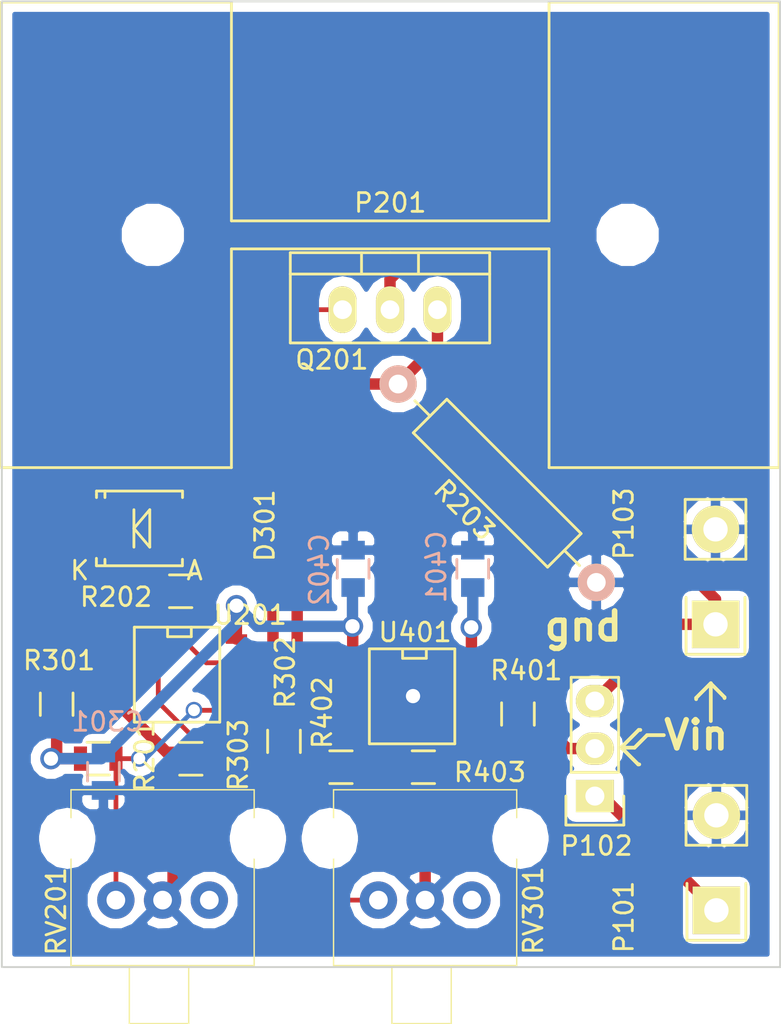
<source format=kicad_pcb>
(kicad_pcb (version 4) (host pcbnew 4.0.4+e1-6308~48~ubuntu14.04.1-stable)

  (general
    (links 42)
    (no_connects 0)
    (area 123.76178 39.968099 206.830372 96.234308)
    (thickness 1.6)
    (drawings 19)
    (tracks 125)
    (zones 0)
    (modules 22)
    (nets 17)
  )

  (page A4)
  (layers
    (0 F.Cu signal)
    (31 B.Cu signal)
    (32 B.Adhes user)
    (33 F.Adhes user)
    (34 B.Paste user)
    (35 F.Paste user)
    (36 B.SilkS user)
    (37 F.SilkS user)
    (38 B.Mask user)
    (39 F.Mask user)
    (40 Dwgs.User user)
    (41 Cmts.User user)
    (42 Eco1.User user)
    (43 Eco2.User user)
    (44 Edge.Cuts user)
    (45 Margin user)
    (46 B.CrtYd user)
    (47 F.CrtYd user)
    (48 B.Fab user)
    (49 F.Fab user)
  )

  (setup
    (last_trace_width 0.254)
    (trace_clearance 0.254)
    (zone_clearance 0.508)
    (zone_45_only yes)
    (trace_min 0.2)
    (segment_width 0.2)
    (edge_width 0.1)
    (via_size 0.889)
    (via_drill 0.635)
    (via_min_size 0.4)
    (via_min_drill 0.3)
    (uvia_size 0.508)
    (uvia_drill 0.127)
    (uvias_allowed no)
    (uvia_min_size 0)
    (uvia_min_drill 0)
    (pcb_text_width 0.3)
    (pcb_text_size 1.5 1.5)
    (mod_edge_width 0.15)
    (mod_text_size 1 1)
    (mod_text_width 0.15)
    (pad_size 1.5 1.5)
    (pad_drill 0.6)
    (pad_to_mask_clearance 0)
    (aux_axis_origin 0 0)
    (visible_elements FFFFF77F)
    (pcbplotparams
      (layerselection 0x00030_80000001)
      (usegerberextensions false)
      (excludeedgelayer true)
      (linewidth 0.100000)
      (plotframeref false)
      (viasonmask false)
      (mode 1)
      (useauxorigin false)
      (hpglpennumber 1)
      (hpglpenspeed 20)
      (hpglpendiameter 15)
      (hpglpenoverlay 2)
      (psnegative false)
      (psa4output false)
      (plotreference true)
      (plotvalue true)
      (plotinvisibletext false)
      (padsonsilk false)
      (subtractmaskfromsilk false)
      (outputformat 1)
      (mirror false)
      (drillshape 1)
      (scaleselection 1)
      (outputdirectory ""))
  )

  (net 0 "")
  (net 1 2.7V)
  (net 2 GND)
  (net 3 "/Power Regulation/Vin")
  (net 4 "Net-(D301-Pad1)")
  (net 5 "/Current Control/FetGate")
  (net 6 "Net-(P101-Pad1)")
  (net 7 "/Current Control/Current_Sink+")
  (net 8 "Net-(Q201-Pad3)")
  (net 9 "Net-(R201-Pad2)")
  (net 10 "Net-(R202-Pad2)")
  (net 11 "Net-(R301-Pad2)")
  (net 12 "Net-(R302-Pad2)")
  (net 13 "Net-(R401-Pad1)")
  (net 14 "Net-(R402-Pad2)")
  (net 15 "Net-(RV201-Pad3)")
  (net 16 "Net-(RV301-Pad3)")

  (net_class Default "This is the default net class."
    (clearance 0.254)
    (trace_width 0.254)
    (via_dia 0.889)
    (via_drill 0.635)
    (uvia_dia 0.508)
    (uvia_drill 0.127)
    (add_net "/Current Control/FetGate")
    (add_net "Net-(D301-Pad1)")
    (add_net "Net-(R201-Pad2)")
    (add_net "Net-(R202-Pad2)")
    (add_net "Net-(R301-Pad2)")
    (add_net "Net-(R302-Pad2)")
    (add_net "Net-(R401-Pad1)")
    (add_net "Net-(R402-Pad2)")
    (add_net "Net-(RV201-Pad3)")
    (add_net "Net-(RV301-Pad3)")
  )

  (net_class Power ""
    (clearance 0.3048)
    (trace_width 0.6096)
    (via_dia 1.143)
    (via_drill 0.762)
    (uvia_dia 0.508)
    (uvia_drill 0.127)
    (add_net "/Current Control/Current_Sink+")
    (add_net "/Power Regulation/Vin")
    (add_net 2.7V)
    (add_net GND)
    (add_net "Net-(P101-Pad1)")
    (add_net "Net-(Q201-Pad3)")
  )

  (module Capacitors_SMD:C_0805 (layer B.Cu) (tedit 5805A587) (tstamp 57F1B864)
    (at 144.14246 81.50098 270)
    (descr "Capacitor SMD 0805, reflow soldering, AVX (see smccp.pdf)")
    (tags "capacitor 0805")
    (path /57DA0A56/57DB8CA5)
    (attr smd)
    (fp_text reference C301 (at -2.67208 -0.21844 360) (layer B.SilkS)
      (effects (font (size 1 1) (thickness 0.15)) (justify mirror))
    )
    (fp_text value C (at 0 -2.1 270) (layer B.Fab) hide
      (effects (font (size 1 1) (thickness 0.15)) (justify mirror))
    )
    (fp_line (start -1 -0.625) (end -1 0.625) (layer B.Fab) (width 0.15))
    (fp_line (start 1 -0.625) (end -1 -0.625) (layer B.Fab) (width 0.15))
    (fp_line (start 1 0.625) (end 1 -0.625) (layer B.Fab) (width 0.15))
    (fp_line (start -1 0.625) (end 1 0.625) (layer B.Fab) (width 0.15))
    (fp_line (start -1.8 1) (end 1.8 1) (layer B.CrtYd) (width 0.05))
    (fp_line (start -1.8 -1) (end 1.8 -1) (layer B.CrtYd) (width 0.05))
    (fp_line (start -1.8 1) (end -1.8 -1) (layer B.CrtYd) (width 0.05))
    (fp_line (start 1.8 1) (end 1.8 -1) (layer B.CrtYd) (width 0.05))
    (fp_line (start 0.5 0.85) (end -0.5 0.85) (layer B.SilkS) (width 0.15))
    (fp_line (start -0.5 -0.85) (end 0.5 -0.85) (layer B.SilkS) (width 0.15))
    (pad 1 smd rect (at -1 0 270) (size 1 1.25) (layers B.Cu B.Paste B.Mask)
      (net 1 2.7V))
    (pad 2 smd rect (at 1 0 270) (size 1 1.25) (layers B.Cu B.Paste B.Mask)
      (net 2 GND))
    (model Capacitors_SMD.3dshapes/C_0805.wrl
      (at (xyz 0 0 0))
      (scale (xyz 1 1 1))
      (rotate (xyz 0 0 0))
    )
  )

  (module Capacitors_SMD:C_0805 (layer B.Cu) (tedit 5802C013) (tstamp 57F1B874)
    (at 163.90112 70.65264 90)
    (descr "Capacitor SMD 0805, reflow soldering, AVX (see smccp.pdf)")
    (tags "capacitor 0805")
    (path /57DA0C84/57DB72CA)
    (attr smd)
    (fp_text reference C401 (at 0.10668 -1.94056 90) (layer B.SilkS)
      (effects (font (size 1 1) (thickness 0.15)) (justify mirror))
    )
    (fp_text value C (at 0 -2.1 90) (layer B.Fab) hide
      (effects (font (size 1 1) (thickness 0.15)) (justify mirror))
    )
    (fp_line (start -1 -0.625) (end -1 0.625) (layer B.Fab) (width 0.15))
    (fp_line (start 1 -0.625) (end -1 -0.625) (layer B.Fab) (width 0.15))
    (fp_line (start 1 0.625) (end 1 -0.625) (layer B.Fab) (width 0.15))
    (fp_line (start -1 0.625) (end 1 0.625) (layer B.Fab) (width 0.15))
    (fp_line (start -1.8 1) (end 1.8 1) (layer B.CrtYd) (width 0.05))
    (fp_line (start -1.8 -1) (end 1.8 -1) (layer B.CrtYd) (width 0.05))
    (fp_line (start -1.8 1) (end -1.8 -1) (layer B.CrtYd) (width 0.05))
    (fp_line (start 1.8 1) (end 1.8 -1) (layer B.CrtYd) (width 0.05))
    (fp_line (start 0.5 0.85) (end -0.5 0.85) (layer B.SilkS) (width 0.15))
    (fp_line (start -0.5 -0.85) (end 0.5 -0.85) (layer B.SilkS) (width 0.15))
    (pad 1 smd rect (at -1 0 90) (size 1 1.25) (layers B.Cu B.Paste B.Mask)
      (net 3 "/Power Regulation/Vin"))
    (pad 2 smd rect (at 1 0 90) (size 1 1.25) (layers B.Cu B.Paste B.Mask)
      (net 2 GND))
    (model Capacitors_SMD.3dshapes/C_0805.wrl
      (at (xyz 0 0 0))
      (scale (xyz 1 1 1))
      (rotate (xyz 0 0 0))
    )
  )

  (module Capacitors_SMD:C_0805 (layer B.Cu) (tedit 5805A592) (tstamp 57F1B884)
    (at 157.50032 70.65264 90)
    (descr "Capacitor SMD 0805, reflow soldering, AVX (see smccp.pdf)")
    (tags "capacitor 0805")
    (path /57DA0C84/57DB72D1)
    (attr smd)
    (fp_text reference C402 (at -0.04064 -1.80848 90) (layer B.SilkS)
      (effects (font (size 1 1) (thickness 0.15)) (justify mirror))
    )
    (fp_text value C (at 0 -2.1 90) (layer B.Fab) hide
      (effects (font (size 1 1) (thickness 0.15)) (justify mirror))
    )
    (fp_line (start -1 -0.625) (end -1 0.625) (layer B.Fab) (width 0.15))
    (fp_line (start 1 -0.625) (end -1 -0.625) (layer B.Fab) (width 0.15))
    (fp_line (start 1 0.625) (end 1 -0.625) (layer B.Fab) (width 0.15))
    (fp_line (start -1 0.625) (end 1 0.625) (layer B.Fab) (width 0.15))
    (fp_line (start -1.8 1) (end 1.8 1) (layer B.CrtYd) (width 0.05))
    (fp_line (start -1.8 -1) (end 1.8 -1) (layer B.CrtYd) (width 0.05))
    (fp_line (start -1.8 1) (end -1.8 -1) (layer B.CrtYd) (width 0.05))
    (fp_line (start 1.8 1) (end 1.8 -1) (layer B.CrtYd) (width 0.05))
    (fp_line (start 0.5 0.85) (end -0.5 0.85) (layer B.SilkS) (width 0.15))
    (fp_line (start -0.5 -0.85) (end 0.5 -0.85) (layer B.SilkS) (width 0.15))
    (pad 1 smd rect (at -1 0 90) (size 1 1.25) (layers B.Cu B.Paste B.Mask)
      (net 1 2.7V))
    (pad 2 smd rect (at 1 0 90) (size 1 1.25) (layers B.Cu B.Paste B.Mask)
      (net 2 GND))
    (model Capacitors_SMD.3dshapes/C_0805.wrl
      (at (xyz 0 0 0))
      (scale (xyz 1 1 1))
      (rotate (xyz 0 0 0))
    )
  )

  (module Diodes_SMD:SMB-SMC_Universal_Handsoldering (layer F.Cu) (tedit 5805A651) (tstamp 57F1B89F)
    (at 146.07286 68.4911)
    (descr "Diode, Universal, SMB, SMC, Handsoldering,")
    (tags "Diode Universal SMB SMC Handsoldering ")
    (path /57DA0A56/57DB8D2E)
    (attr smd)
    (fp_text reference D301 (at 6.70306 -0.14986 90) (layer F.SilkS)
      (effects (font (size 1 1) (thickness 0.15)))
    )
    (fp_text value D (at 0 3.81) (layer F.Fab) hide
      (effects (font (size 1 1) (thickness 0.15)))
    )
    (fp_line (start -0.29958 0) (end 0.54878 -1.00076) (layer F.SilkS) (width 0.15))
    (fp_line (start 0.54878 -1.00076) (end 0.54878 1.00076) (layer F.SilkS) (width 0.15))
    (fp_line (start 0.54878 1.00076) (end -0.29958 0) (layer F.SilkS) (width 0.15))
    (fp_line (start -0.29958 0) (end -0.29958 1.00076) (layer F.SilkS) (width 0.15))
    (fp_line (start -0.29958 0) (end -0.29958 -1.00076) (layer F.SilkS) (width 0.15))
    (fp_text user K (at -3.2 2.25) (layer F.SilkS)
      (effects (font (size 1 1) (thickness 0.15)))
    )
    (fp_text user A (at 2.95 2.25) (layer F.SilkS)
      (effects (font (size 1 1) (thickness 0.15)))
    )
    (fp_line (start -2.30632 1.8) (end -2.30632 1.6002) (layer F.SilkS) (width 0.15))
    (fp_line (start -1.84928 1.75006) (end -1.84928 1.651) (layer F.SilkS) (width 0.15))
    (fp_line (start 2.29616 1.8) (end 2.29616 1.651) (layer F.SilkS) (width 0.15))
    (fp_line (start -2.30124 -1.8) (end -2.30124 -1.651) (layer F.SilkS) (width 0.15))
    (fp_line (start -1.84928 -1.8) (end -1.84928 -1.651) (layer F.SilkS) (width 0.15))
    (fp_line (start 2.30124 -1.8) (end 2.30124 -1.651) (layer F.SilkS) (width 0.15))
    (fp_line (start -1.84928 1.94898) (end -1.84928 1.75086) (layer F.SilkS) (width 0.15))
    (fp_line (start -1.84928 -1.99898) (end -1.84928 -1.80086) (layer F.SilkS) (width 0.15))
    (fp_line (start 2.29616 1.99644) (end 2.29616 1.79832) (layer F.SilkS) (width 0.15))
    (fp_line (start -2.30632 1.99644) (end 2.29616 1.99644) (layer F.SilkS) (width 0.15))
    (fp_line (start -2.30632 1.99644) (end -2.30632 1.79832) (layer F.SilkS) (width 0.15))
    (fp_line (start -2.30124 -1.99898) (end -2.30124 -1.80086) (layer F.SilkS) (width 0.15))
    (fp_line (start -2.30124 -1.99898) (end 2.30124 -1.99898) (layer F.SilkS) (width 0.15))
    (fp_line (start 2.30124 -1.99898) (end 2.30124 -1.80086) (layer F.SilkS) (width 0.15))
    (pad 1 smd trapezoid (at -3.2004 0) (size 4.30022 2.60096) (rect_delta 1.00076 0 ) (layers F.Cu F.Paste F.Mask)
      (net 4 "Net-(D301-Pad1)"))
    (pad 2 smd trapezoid (at 3.2004 0 180) (size 4.30022 2.60096) (rect_delta 1.00076 0 ) (layers F.Cu F.Paste F.Mask)
      (net 5 "/Current Control/FetGate"))
    (model Diodes_SMD.3dshapes/SMB-SMC_Universal_Handsoldering.wrl
      (at (xyz 0 0 0))
      (scale (xyz 0.3937 0.3937 0.3937))
      (rotate (xyz 0 0 180))
    )
  )

  (module Pin_Headers:Pin_Header_Straight_1x03 (layer F.Cu) (tedit 5807A939) (tstamp 57F1B8C2)
    (at 170.434 82.804 180)
    (descr "Through hole pin header")
    (tags "pin header")
    (path /57D502F2)
    (fp_text reference P102 (at -0.08382 -2.66446 360) (layer F.SilkS)
      (effects (font (size 1 1) (thickness 0.15)))
    )
    (fp_text value CONN_01X03 (at 2.6289 2.3622 270) (layer F.Fab) hide
      (effects (font (size 1 1) (thickness 0.15)))
    )
    (fp_line (start -1.75 -1.75) (end -1.75 6.85) (layer F.CrtYd) (width 0.05))
    (fp_line (start 1.75 -1.75) (end 1.75 6.85) (layer F.CrtYd) (width 0.05))
    (fp_line (start -1.75 -1.75) (end 1.75 -1.75) (layer F.CrtYd) (width 0.05))
    (fp_line (start -1.75 6.85) (end 1.75 6.85) (layer F.CrtYd) (width 0.05))
    (fp_line (start -1.27 1.27) (end -1.27 6.35) (layer F.SilkS) (width 0.15))
    (fp_line (start -1.27 6.35) (end 1.27 6.35) (layer F.SilkS) (width 0.15))
    (fp_line (start 1.27 6.35) (end 1.27 1.27) (layer F.SilkS) (width 0.15))
    (fp_line (start 1.55 -1.55) (end 1.55 0) (layer F.SilkS) (width 0.15))
    (fp_line (start 1.27 1.27) (end -1.27 1.27) (layer F.SilkS) (width 0.15))
    (fp_line (start -1.55 0) (end -1.55 -1.55) (layer F.SilkS) (width 0.15))
    (fp_line (start -1.55 -1.55) (end 1.55 -1.55) (layer F.SilkS) (width 0.15))
    (pad 1 thru_hole rect (at 0 0 180) (size 2.032 1.7272) (drill 1.016) (layers *.Cu *.Mask F.SilkS)
      (net 6 "Net-(P101-Pad1)"))
    (pad 2 thru_hole oval (at 0 2.54 180) (size 2.032 1.7272) (drill 1.016) (layers *.Cu *.Mask F.SilkS)
      (net 3 "/Power Regulation/Vin"))
    (pad 3 thru_hole oval (at 0 5.08 180) (size 2.032 1.7272) (drill 1.016) (layers *.Cu *.Mask F.SilkS)
      (net 7 "/Current Control/Current_Sink+"))
    (model Pin_Headers.3dshapes/Pin_Header_Straight_1x03.wrl
      (at (xyz 0 -0.1 0))
      (scale (xyz 1 1 1))
      (rotate (xyz 0 0 90))
    )
  )

  (module current:FA-T220-38E-ND (layer F.Cu) (tedit 57F5C51C) (tstamp 57F1B8E5)
    (at 159.4993 52.8066)
    (path /57DA07A1/57E5EC8F)
    (fp_text reference P201 (at -0.0127 -1.7272) (layer F.SilkS)
      (effects (font (size 1 1) (thickness 0.15)))
    )
    (fp_text value CONN_01X01 (at 0 -5.715) (layer F.Fab) hide
      (effects (font (size 1 1) (thickness 0.15)))
    )
    (fp_line (start -20.8153 12.4333) (end -8.509 12.4333) (layer F.SilkS) (width 0.15))
    (fp_line (start 8.4836 12.4333) (end 20.7899 12.4333) (layer F.SilkS) (width 0.15))
    (fp_line (start 8.4836 -12.4587) (end 20.7899 -12.4587) (layer F.SilkS) (width 0.15))
    (fp_line (start -20.8153 -12.4587) (end -8.509 -12.4587) (layer F.SilkS) (width 0.15))
    (fp_line (start 8.4836 12.4333) (end 8.4836 0.7366) (layer F.SilkS) (width 0.15))
    (fp_line (start -8.509 12.4333) (end -8.509 0.7366) (layer F.SilkS) (width 0.15))
    (fp_line (start -8.509 -0.762) (end -8.509 -12.4587) (layer F.SilkS) (width 0.15))
    (fp_line (start 8.4836 -0.762) (end 8.4836 -12.4587) (layer F.SilkS) (width 0.15))
    (fp_line (start -8.509 0.7366) (end 8.4836 0.7366) (layer F.SilkS) (width 0.15))
    (fp_line (start -8.509 -0.762) (end 8.4836 -0.762) (layer F.SilkS) (width 0.15))
    (fp_line (start -20.8153 -12.4587) (end -20.8153 12.4333) (layer F.SilkS) (width 0.15))
    (fp_line (start 20.7899 12.4333) (end 20.7899 -12.4587) (layer F.SilkS) (width 0.15))
    (pad "" np_thru_hole circle (at -12.7127 -0.0127) (size 2.3114 2.3114) (drill 2.3114) (layers *.Cu *.Mask))
    (pad "" np_thru_hole circle (at 12.6873 -0.0127) (size 2.3114 2.3114) (drill 2.3114) (layers *.Cu *.Mask))
  )

  (module TO_SOT_Packages_THT:TO-220_Neutral123_Vertical (layer F.Cu) (tedit 5805A61F) (tstamp 57F1B8F6)
    (at 159.4739 56.7944)
    (descr "TO-220, Neutral, Vertical,")
    (tags "TO-220, Neutral, Vertical,")
    (path /57DA07A1/57DA1681)
    (fp_text reference Q201 (at -3.1115 2.6797) (layer F.SilkS)
      (effects (font (size 1 1) (thickness 0.15)))
    )
    (fp_text value BUK9575 (at 0 3.81) (layer F.Fab) hide
      (effects (font (size 1 1) (thickness 0.15)))
    )
    (fp_line (start -1.524 -3.048) (end -1.524 -1.905) (layer F.SilkS) (width 0.15))
    (fp_line (start 1.524 -3.048) (end 1.524 -1.905) (layer F.SilkS) (width 0.15))
    (fp_line (start 5.334 -1.905) (end 5.334 1.778) (layer F.SilkS) (width 0.15))
    (fp_line (start 5.334 1.778) (end -5.334 1.778) (layer F.SilkS) (width 0.15))
    (fp_line (start -5.334 1.778) (end -5.334 -1.905) (layer F.SilkS) (width 0.15))
    (fp_line (start 5.334 -3.048) (end 5.334 -1.905) (layer F.SilkS) (width 0.15))
    (fp_line (start 5.334 -1.905) (end -5.334 -1.905) (layer F.SilkS) (width 0.15))
    (fp_line (start -5.334 -1.905) (end -5.334 -3.048) (layer F.SilkS) (width 0.15))
    (fp_line (start 0 -3.048) (end -5.334 -3.048) (layer F.SilkS) (width 0.15))
    (fp_line (start 0 -3.048) (end 5.334 -3.048) (layer F.SilkS) (width 0.15))
    (pad 2 thru_hole oval (at 0 0 90) (size 2.49936 1.50114) (drill 1.00076) (layers *.Cu *.Mask F.SilkS)
      (net 7 "/Current Control/Current_Sink+"))
    (pad 1 thru_hole oval (at -2.54 0 90) (size 2.49936 1.50114) (drill 1.00076) (layers *.Cu *.Mask F.SilkS)
      (net 5 "/Current Control/FetGate"))
    (pad 3 thru_hole oval (at 2.54 0 90) (size 2.49936 1.50114) (drill 1.00076) (layers *.Cu *.Mask F.SilkS)
      (net 8 "Net-(Q201-Pad3)"))
    (model TO_SOT_Packages_THT.3dshapes/TO-220_Neutral123_Vertical.wrl
      (at (xyz 0 0 0))
      (scale (xyz 0.3937 0.3937 0.3937))
      (rotate (xyz 0 0 0))
    )
  )

  (module Resistors_SMD:R_0805 (layer F.Cu) (tedit 5805A704) (tstamp 57F1B902)
    (at 143.86306 80.80248)
    (descr "Resistor SMD 0805, reflow soldering, Vishay (see dcrcw.pdf)")
    (tags "resistor 0805")
    (path /57DA07A1/57DA1688)
    (attr smd)
    (fp_text reference R201 (at 2.48158 -0.13208 90) (layer F.SilkS)
      (effects (font (size 1 1) (thickness 0.15)))
    )
    (fp_text value 68k (at 0 2.1) (layer F.Fab) hide
      (effects (font (size 1 1) (thickness 0.15)))
    )
    (fp_line (start -1.6 -1) (end 1.6 -1) (layer F.CrtYd) (width 0.05))
    (fp_line (start -1.6 1) (end 1.6 1) (layer F.CrtYd) (width 0.05))
    (fp_line (start -1.6 -1) (end -1.6 1) (layer F.CrtYd) (width 0.05))
    (fp_line (start 1.6 -1) (end 1.6 1) (layer F.CrtYd) (width 0.05))
    (fp_line (start 0.6 0.875) (end -0.6 0.875) (layer F.SilkS) (width 0.15))
    (fp_line (start -0.6 -0.875) (end 0.6 -0.875) (layer F.SilkS) (width 0.15))
    (pad 1 smd rect (at -0.95 0) (size 0.7 1.3) (layers F.Cu F.Paste F.Mask)
      (net 1 2.7V))
    (pad 2 smd rect (at 0.95 0) (size 0.7 1.3) (layers F.Cu F.Paste F.Mask)
      (net 9 "Net-(R201-Pad2)"))
    (model Resistors_SMD.3dshapes/R_0805.wrl
      (at (xyz 0 0 0))
      (scale (xyz 1 1 1))
      (rotate (xyz 0 0 0))
    )
  )

  (module Resistors_SMD:R_0805 (layer F.Cu) (tedit 580BF8C3) (tstamp 57F1B90E)
    (at 148.27504 71.85152 180)
    (descr "Resistor SMD 0805, reflow soldering, Vishay (see dcrcw.pdf)")
    (tags "resistor 0805")
    (path /57DA07A1/57DA1A1C)
    (attr smd)
    (fp_text reference R202 (at 3.45694 -0.30988 360) (layer F.SilkS)
      (effects (font (size 1 1) (thickness 0.15)))
    )
    (fp_text value 1k (at 0 2.1 180) (layer F.Fab) hide
      (effects (font (size 1 1) (thickness 0.15)))
    )
    (fp_line (start -1.6 -1) (end 1.6 -1) (layer F.CrtYd) (width 0.05))
    (fp_line (start -1.6 1) (end 1.6 1) (layer F.CrtYd) (width 0.05))
    (fp_line (start -1.6 -1) (end -1.6 1) (layer F.CrtYd) (width 0.05))
    (fp_line (start 1.6 -1) (end 1.6 1) (layer F.CrtYd) (width 0.05))
    (fp_line (start 0.6 0.875) (end -0.6 0.875) (layer F.SilkS) (width 0.15))
    (fp_line (start -0.6 -0.875) (end 0.6 -0.875) (layer F.SilkS) (width 0.15))
    (pad 1 smd rect (at -0.95 0 180) (size 0.7 1.3) (layers F.Cu F.Paste F.Mask)
      (net 5 "/Current Control/FetGate"))
    (pad 2 smd rect (at 0.95 0 180) (size 0.7 1.3) (layers F.Cu F.Paste F.Mask)
      (net 10 "Net-(R202-Pad2)"))
    (model Resistors_SMD.3dshapes/R_0805.wrl
      (at (xyz 0 0 0))
      (scale (xyz 1 1 1))
      (rotate (xyz 0 0 0))
    )
  )

  (module Resistors_ThroughHole:Resistor_Horizontal_RM15mm (layer F.Cu) (tedit 5805A601) (tstamp 57F1B91E)
    (at 159.9057 60.7695 315)
    (descr "Resistor, Axial, RM 15mm,")
    (tags "Resistor Axial RM 15mm")
    (path /57DA07A1/57DA1690)
    (fp_text reference R203 (at 7.266823 2.25584 495) (layer F.SilkS)
      (effects (font (size 1 1) (thickness 0.15)))
    )
    (fp_text value .1 (at 7.5 4.0005 315) (layer F.Fab) hide
      (effects (font (size 1 1) (thickness 0.15)))
    )
    (fp_line (start -1.25 1.5) (end -1.25 -1.5) (layer F.CrtYd) (width 0.05))
    (fp_line (start -1.25 -1.5) (end 16.25 -1.5) (layer F.CrtYd) (width 0.05))
    (fp_line (start 16.25 -1.5) (end 16.25 1.5) (layer F.CrtYd) (width 0.05))
    (fp_line (start 16.25 1.5) (end -1.25 1.5) (layer F.CrtYd) (width 0.05))
    (fp_line (start 2.42 -1.27) (end 2.42 1.27) (layer F.SilkS) (width 0.15))
    (fp_line (start 2.42 1.27) (end 12.58 1.27) (layer F.SilkS) (width 0.15))
    (fp_line (start 12.58 1.27) (end 12.58 -1.27) (layer F.SilkS) (width 0.15))
    (fp_line (start 12.58 -1.27) (end 2.42 -1.27) (layer F.SilkS) (width 0.15))
    (fp_line (start 13.73 0) (end 12.58 0) (layer F.SilkS) (width 0.15))
    (fp_line (start 1.27 0) (end 2.42 0) (layer F.SilkS) (width 0.15))
    (pad 1 thru_hole circle (at 0 0 315) (size 1.99898 1.99898) (drill 1.00076) (layers *.Cu *.SilkS *.Mask)
      (net 8 "Net-(Q201-Pad3)"))
    (pad 2 thru_hole circle (at 15 0 315) (size 1.99898 1.99898) (drill 1.00076) (layers *.Cu *.SilkS *.Mask)
      (net 2 GND))
    (model Resistors_ThroughHole.3dshapes/Resistor_Horizontal_RM15mm.wrl
      (at (xyz 0.295 0 0))
      (scale (xyz 0.395 0.4 0.4))
      (rotate (xyz 0 0 0))
    )
  )

  (module Resistors_SMD:R_0805 (layer F.Cu) (tedit 5805A70E) (tstamp 57F1B92A)
    (at 141.64056 77.89164 90)
    (descr "Resistor SMD 0805, reflow soldering, Vishay (see dcrcw.pdf)")
    (tags "resistor 0805")
    (path /57DA0A56/57DB8C91)
    (attr smd)
    (fp_text reference R301 (at 2.33934 0.12954 180) (layer F.SilkS)
      (effects (font (size 1 1) (thickness 0.15)))
    )
    (fp_text value 28.7k (at 0 2.1 90) (layer F.Fab) hide
      (effects (font (size 1 1) (thickness 0.15)))
    )
    (fp_line (start -1.6 -1) (end 1.6 -1) (layer F.CrtYd) (width 0.05))
    (fp_line (start -1.6 1) (end 1.6 1) (layer F.CrtYd) (width 0.05))
    (fp_line (start -1.6 -1) (end -1.6 1) (layer F.CrtYd) (width 0.05))
    (fp_line (start 1.6 -1) (end 1.6 1) (layer F.CrtYd) (width 0.05))
    (fp_line (start 0.6 0.875) (end -0.6 0.875) (layer F.SilkS) (width 0.15))
    (fp_line (start -0.6 -0.875) (end 0.6 -0.875) (layer F.SilkS) (width 0.15))
    (pad 1 smd rect (at -0.95 0 90) (size 0.7 1.3) (layers F.Cu F.Paste F.Mask)
      (net 1 2.7V))
    (pad 2 smd rect (at 0.95 0 90) (size 0.7 1.3) (layers F.Cu F.Paste F.Mask)
      (net 11 "Net-(R301-Pad2)"))
    (model Resistors_SMD.3dshapes/R_0805.wrl
      (at (xyz 0 0 0))
      (scale (xyz 1 1 1))
      (rotate (xyz 0 0 0))
    )
  )

  (module Resistors_SMD:R_0805 (layer F.Cu) (tedit 5805A67D) (tstamp 57F1B936)
    (at 153.80208 79.87792 270)
    (descr "Resistor SMD 0805, reflow soldering, Vishay (see dcrcw.pdf)")
    (tags "resistor 0805")
    (path /57DA0A56/57DB8E45)
    (attr smd)
    (fp_text reference R302 (at -3.68554 -0.0635 270) (layer F.SilkS)
      (effects (font (size 1 1) (thickness 0.15)))
    )
    (fp_text value 9k (at 0 2.1 270) (layer F.Fab) hide
      (effects (font (size 1 1) (thickness 0.15)))
    )
    (fp_line (start -1.6 -1) (end 1.6 -1) (layer F.CrtYd) (width 0.05))
    (fp_line (start -1.6 1) (end 1.6 1) (layer F.CrtYd) (width 0.05))
    (fp_line (start -1.6 -1) (end -1.6 1) (layer F.CrtYd) (width 0.05))
    (fp_line (start 1.6 -1) (end 1.6 1) (layer F.CrtYd) (width 0.05))
    (fp_line (start 0.6 0.875) (end -0.6 0.875) (layer F.SilkS) (width 0.15))
    (fp_line (start -0.6 -0.875) (end 0.6 -0.875) (layer F.SilkS) (width 0.15))
    (pad 1 smd rect (at -0.95 0 270) (size 0.7 1.3) (layers F.Cu F.Paste F.Mask)
      (net 7 "/Current Control/Current_Sink+"))
    (pad 2 smd rect (at 0.95 0 270) (size 0.7 1.3) (layers F.Cu F.Paste F.Mask)
      (net 12 "Net-(R302-Pad2)"))
    (model Resistors_SMD.3dshapes/R_0805.wrl
      (at (xyz 0 0 0))
      (scale (xyz 1 1 1))
      (rotate (xyz 0 0 0))
    )
  )

  (module Resistors_SMD:R_0805 (layer F.Cu) (tedit 5805A6EE) (tstamp 57F1B942)
    (at 148.8186 80.8101 180)
    (descr "Resistor SMD 0805, reflow soldering, Vishay (see dcrcw.pdf)")
    (tags "resistor 0805")
    (path /57DA0A56/57DB8DD7)
    (attr smd)
    (fp_text reference R303 (at -2.53238 0.2032 270) (layer F.SilkS)
      (effects (font (size 1 1) (thickness 0.15)))
    )
    (fp_text value 1k (at 0 2.1 180) (layer F.Fab) hide
      (effects (font (size 1 1) (thickness 0.15)))
    )
    (fp_line (start -1.6 -1) (end 1.6 -1) (layer F.CrtYd) (width 0.05))
    (fp_line (start -1.6 1) (end 1.6 1) (layer F.CrtYd) (width 0.05))
    (fp_line (start -1.6 -1) (end -1.6 1) (layer F.CrtYd) (width 0.05))
    (fp_line (start 1.6 -1) (end 1.6 1) (layer F.CrtYd) (width 0.05))
    (fp_line (start 0.6 0.875) (end -0.6 0.875) (layer F.SilkS) (width 0.15))
    (fp_line (start -0.6 -0.875) (end 0.6 -0.875) (layer F.SilkS) (width 0.15))
    (pad 1 smd rect (at -0.95 0 180) (size 0.7 1.3) (layers F.Cu F.Paste F.Mask)
      (net 12 "Net-(R302-Pad2)"))
    (pad 2 smd rect (at 0.95 0 180) (size 0.7 1.3) (layers F.Cu F.Paste F.Mask)
      (net 2 GND))
    (model Resistors_SMD.3dshapes/R_0805.wrl
      (at (xyz 0 0 0))
      (scale (xyz 1 1 1))
      (rotate (xyz 0 0 0))
    )
  )

  (module Resistors_SMD:R_0805 (layer F.Cu) (tedit 5805A6AD) (tstamp 57F1B94E)
    (at 166.3192 78.41488 90)
    (descr "Resistor SMD 0805, reflow soldering, Vishay (see dcrcw.pdf)")
    (tags "resistor 0805")
    (path /57DA0C84/57DB72D8)
    (attr smd)
    (fp_text reference R401 (at 2.32918 0.4445 180) (layer F.SilkS)
      (effects (font (size 1 1) (thickness 0.15)))
    )
    (fp_text value 0 (at 0 2.1 90) (layer F.Fab) hide
      (effects (font (size 1 1) (thickness 0.15)))
    )
    (fp_line (start -1.6 -1) (end 1.6 -1) (layer F.CrtYd) (width 0.05))
    (fp_line (start -1.6 1) (end 1.6 1) (layer F.CrtYd) (width 0.05))
    (fp_line (start -1.6 -1) (end -1.6 1) (layer F.CrtYd) (width 0.05))
    (fp_line (start 1.6 -1) (end 1.6 1) (layer F.CrtYd) (width 0.05))
    (fp_line (start 0.6 0.875) (end -0.6 0.875) (layer F.SilkS) (width 0.15))
    (fp_line (start -0.6 -0.875) (end 0.6 -0.875) (layer F.SilkS) (width 0.15))
    (pad 1 smd rect (at -0.95 0 90) (size 0.7 1.3) (layers F.Cu F.Paste F.Mask)
      (net 13 "Net-(R401-Pad1)"))
    (pad 2 smd rect (at 0.95 0 90) (size 0.7 1.3) (layers F.Cu F.Paste F.Mask)
      (net 2 GND))
    (model Resistors_SMD.3dshapes/R_0805.wrl
      (at (xyz 0 0 0))
      (scale (xyz 1 1 1))
      (rotate (xyz 0 0 0))
    )
  )

  (module Resistors_SMD:R_0805 (layer F.Cu) (tedit 5805A6DB) (tstamp 57F1B95A)
    (at 156.85008 81.25968)
    (descr "Resistor SMD 0805, reflow soldering, Vishay (see dcrcw.pdf)")
    (tags "resistor 0805")
    (path /57DA0C84/57DB72E6)
    (attr smd)
    (fp_text reference R402 (at -1.00076 -2.91592 90) (layer F.SilkS)
      (effects (font (size 1 1) (thickness 0.15)))
    )
    (fp_text value 27k (at 0 2.1) (layer F.Fab) hide
      (effects (font (size 1 1) (thickness 0.15)))
    )
    (fp_line (start -1.6 -1) (end 1.6 -1) (layer F.CrtYd) (width 0.05))
    (fp_line (start -1.6 1) (end 1.6 1) (layer F.CrtYd) (width 0.05))
    (fp_line (start -1.6 -1) (end -1.6 1) (layer F.CrtYd) (width 0.05))
    (fp_line (start 1.6 -1) (end 1.6 1) (layer F.CrtYd) (width 0.05))
    (fp_line (start 0.6 0.875) (end -0.6 0.875) (layer F.SilkS) (width 0.15))
    (fp_line (start -0.6 -0.875) (end 0.6 -0.875) (layer F.SilkS) (width 0.15))
    (pad 1 smd rect (at -0.95 0) (size 0.7 1.3) (layers F.Cu F.Paste F.Mask)
      (net 1 2.7V))
    (pad 2 smd rect (at 0.95 0) (size 0.7 1.3) (layers F.Cu F.Paste F.Mask)
      (net 14 "Net-(R402-Pad2)"))
    (model Resistors_SMD.3dshapes/R_0805.wrl
      (at (xyz 0 0 0))
      (scale (xyz 1 1 1))
      (rotate (xyz 0 0 0))
    )
  )

  (module Resistors_SMD:R_0805 (layer F.Cu) (tedit 5805A69F) (tstamp 57F1B966)
    (at 161.25952 81.25968)
    (descr "Resistor SMD 0805, reflow soldering, Vishay (see dcrcw.pdf)")
    (tags "resistor 0805")
    (path /57DA0C84/57DB72ED)
    (attr smd)
    (fp_text reference R403 (at 3.56108 0.27432) (layer F.SilkS)
      (effects (font (size 1 1) (thickness 0.15)))
    )
    (fp_text value 21.6k (at 0 2.1) (layer F.Fab) hide
      (effects (font (size 1 1) (thickness 0.15)))
    )
    (fp_line (start -1.6 -1) (end 1.6 -1) (layer F.CrtYd) (width 0.05))
    (fp_line (start -1.6 1) (end 1.6 1) (layer F.CrtYd) (width 0.05))
    (fp_line (start -1.6 -1) (end -1.6 1) (layer F.CrtYd) (width 0.05))
    (fp_line (start 1.6 -1) (end 1.6 1) (layer F.CrtYd) (width 0.05))
    (fp_line (start 0.6 0.875) (end -0.6 0.875) (layer F.SilkS) (width 0.15))
    (fp_line (start -0.6 -0.875) (end 0.6 -0.875) (layer F.SilkS) (width 0.15))
    (pad 1 smd rect (at -0.95 0) (size 0.7 1.3) (layers F.Cu F.Paste F.Mask)
      (net 14 "Net-(R402-Pad2)"))
    (pad 2 smd rect (at 0.95 0) (size 0.7 1.3) (layers F.Cu F.Paste F.Mask)
      (net 2 GND))
    (model Resistors_SMD.3dshapes/R_0805.wrl
      (at (xyz 0 0 0))
      (scale (xyz 1 1 1))
      (rotate (xyz 0 0 0))
    )
  )

  (module current:P090L-02F25BR10K (layer F.Cu) (tedit 5805A5DB) (tstamp 57F1B976)
    (at 147.3073 88.3666)
    (path /57DA07A1/57DA169D)
    (fp_text reference RV201 (at -5.6896 0.5969 90) (layer F.SilkS)
      (effects (font (size 1 1) (thickness 0.15)))
    )
    (fp_text value 10k (at 0.127 -6.731) (layer F.Fab) hide
      (effects (font (size 1 1) (thickness 0.15)))
    )
    (fp_line (start -1.778 3.556) (end -1.778 6.604) (layer F.SilkS) (width 0.0762))
    (fp_line (start -1.778 6.604) (end 1.397 6.604) (layer F.SilkS) (width 0.0762))
    (fp_line (start 1.397 6.604) (end 1.397 3.556) (layer F.SilkS) (width 0.0762))
    (fp_line (start -4.9 -5.9) (end 4.9 -5.9) (layer F.SilkS) (width 0.0762))
    (fp_line (start -4.9 3.5) (end 4.9 3.5) (layer F.SilkS) (width 0.0762))
    (fp_line (start 4.9 -5.9) (end 4.9 3.5) (layer F.SilkS) (width 0.0762))
    (fp_line (start -4.9 -5.9) (end -4.9 3.5) (layer F.SilkS) (width 0.0762))
    (pad 1 thru_hole circle (at -2.5 0) (size 2 2) (drill 1) (layers *.Cu *.Mask)
      (net 9 "Net-(R201-Pad2)"))
    (pad 2 thru_hole circle (at 0 0) (size 2 2) (drill 1) (layers *.Cu *.Mask)
      (net 2 GND))
    (pad 3 thru_hole circle (at 2.5 0) (size 2 2) (drill 1) (layers *.Cu *.Mask)
      (net 15 "Net-(RV201-Pad3)"))
    (pad "" np_thru_hole oval (at 5.1 -3.3) (size 2 2.2) (drill oval 2 2.2) (layers *.Cu *.Mask))
    (pad "" np_thru_hole oval (at -5.1 -3.3) (size 2 2.2) (drill oval 2 2.2) (layers *.Cu *.Mask))
  )

  (module current:P090L-02F25BR10K (layer F.Cu) (tedit 5805A5EE) (tstamp 57F1B986)
    (at 161.3535 88.3666)
    (path /57DA0A56/57DB8C9E)
    (fp_text reference RV301 (at 5.7912 0.5588 270) (layer F.SilkS)
      (effects (font (size 1 1) (thickness 0.15)))
    )
    (fp_text value 10k (at 0.127 -6.731) (layer F.Fab) hide
      (effects (font (size 1 1) (thickness 0.15)))
    )
    (fp_line (start -1.778 3.556) (end -1.778 6.604) (layer F.SilkS) (width 0.0762))
    (fp_line (start -1.778 6.604) (end 1.397 6.604) (layer F.SilkS) (width 0.0762))
    (fp_line (start 1.397 6.604) (end 1.397 3.556) (layer F.SilkS) (width 0.0762))
    (fp_line (start -4.9 -5.9) (end 4.9 -5.9) (layer F.SilkS) (width 0.0762))
    (fp_line (start -4.9 3.5) (end 4.9 3.5) (layer F.SilkS) (width 0.0762))
    (fp_line (start 4.9 -5.9) (end 4.9 3.5) (layer F.SilkS) (width 0.0762))
    (fp_line (start -4.9 -5.9) (end -4.9 3.5) (layer F.SilkS) (width 0.0762))
    (pad 1 thru_hole circle (at -2.5 0) (size 2 2) (drill 1) (layers *.Cu *.Mask)
      (net 11 "Net-(R301-Pad2)"))
    (pad 2 thru_hole circle (at 0 0) (size 2 2) (drill 1) (layers *.Cu *.Mask)
      (net 2 GND))
    (pad 3 thru_hole circle (at 2.5 0) (size 2 2) (drill 1) (layers *.Cu *.Mask)
      (net 16 "Net-(RV301-Pad3)"))
    (pad "" np_thru_hole oval (at 5.1 -3.3) (size 2 2.2) (drill oval 2 2.2) (layers *.Cu *.Mask))
    (pad "" np_thru_hole oval (at -5.1 -3.3) (size 2 2.2) (drill oval 2 2.2) (layers *.Cu *.Mask))
  )

  (module SMD_Packages:SOIC-8-N (layer F.Cu) (tedit 5805A690) (tstamp 57F1B999)
    (at 148.082 76.31176 270)
    (descr "Module Narrow CMS SOJ 8 pins large")
    (tags "CMS SOJ")
    (path /57DA07A1/57DA1673)
    (attr smd)
    (fp_text reference U201 (at -3.19278 -3.9116 360) (layer F.SilkS)
      (effects (font (size 1 1) (thickness 0.15)))
    )
    (fp_text value LMV358 (at 0 1.27 270) (layer F.Fab) hide
      (effects (font (size 1 1) (thickness 0.15)))
    )
    (fp_line (start -2.54 -2.286) (end 2.54 -2.286) (layer F.SilkS) (width 0.15))
    (fp_line (start 2.54 -2.286) (end 2.54 2.286) (layer F.SilkS) (width 0.15))
    (fp_line (start 2.54 2.286) (end -2.54 2.286) (layer F.SilkS) (width 0.15))
    (fp_line (start -2.54 2.286) (end -2.54 -2.286) (layer F.SilkS) (width 0.15))
    (fp_line (start -2.54 -0.762) (end -2.032 -0.762) (layer F.SilkS) (width 0.15))
    (fp_line (start -2.032 -0.762) (end -2.032 0.508) (layer F.SilkS) (width 0.15))
    (fp_line (start -2.032 0.508) (end -2.54 0.508) (layer F.SilkS) (width 0.15))
    (pad 8 smd rect (at -1.905 -3.175 270) (size 0.508 1.143) (layers F.Cu F.Paste F.Mask)
      (net 1 2.7V))
    (pad 7 smd rect (at -0.635 -3.175 270) (size 0.508 1.143) (layers F.Cu F.Paste F.Mask)
      (net 10 "Net-(R202-Pad2)"))
    (pad 6 smd rect (at 0.635 -3.175 270) (size 0.508 1.143) (layers F.Cu F.Paste F.Mask)
      (net 8 "Net-(Q201-Pad3)"))
    (pad 5 smd rect (at 1.905 -3.175 270) (size 0.508 1.143) (layers F.Cu F.Paste F.Mask)
      (net 9 "Net-(R201-Pad2)"))
    (pad 4 smd rect (at 1.905 3.175 270) (size 0.508 1.143) (layers F.Cu F.Paste F.Mask)
      (net 2 GND))
    (pad 3 smd rect (at 0.635 3.175 270) (size 0.508 1.143) (layers F.Cu F.Paste F.Mask)
      (net 11 "Net-(R301-Pad2)"))
    (pad 2 smd rect (at -0.635 3.175 270) (size 0.508 1.143) (layers F.Cu F.Paste F.Mask)
      (net 12 "Net-(R302-Pad2)"))
    (pad 1 smd rect (at -1.905 3.175 270) (size 0.508 1.143) (layers F.Cu F.Paste F.Mask)
      (net 4 "Net-(D301-Pad1)"))
    (model SMD_Packages.3dshapes/SOIC-8-N.wrl
      (at (xyz 0 0 0))
      (scale (xyz 0.5 0.38 0.5))
      (rotate (xyz 0 0 0))
    )
  )

  (module SMD_Packages:SOIC-8-N (layer F.Cu) (tedit 5802C029) (tstamp 57F1B9AC)
    (at 160.655 77.47 270)
    (descr "Module Narrow CMS SOJ 8 pins large")
    (tags "CMS SOJ")
    (path /57DA0C84/57DB72DF)
    (attr smd)
    (fp_text reference U401 (at -3.42392 -0.15748 360) (layer F.SilkS)
      (effects (font (size 1 1) (thickness 0.15)))
    )
    (fp_text value LM2931 (at 0 1.27 270) (layer F.Fab) hide
      (effects (font (size 1 1) (thickness 0.15)))
    )
    (fp_line (start -2.54 -2.286) (end 2.54 -2.286) (layer F.SilkS) (width 0.15))
    (fp_line (start 2.54 -2.286) (end 2.54 2.286) (layer F.SilkS) (width 0.15))
    (fp_line (start 2.54 2.286) (end -2.54 2.286) (layer F.SilkS) (width 0.15))
    (fp_line (start -2.54 2.286) (end -2.54 -2.286) (layer F.SilkS) (width 0.15))
    (fp_line (start -2.54 -0.762) (end -2.032 -0.762) (layer F.SilkS) (width 0.15))
    (fp_line (start -2.032 -0.762) (end -2.032 0.508) (layer F.SilkS) (width 0.15))
    (fp_line (start -2.032 0.508) (end -2.54 0.508) (layer F.SilkS) (width 0.15))
    (pad 8 smd rect (at -1.905 -3.175 270) (size 0.508 1.143) (layers F.Cu F.Paste F.Mask)
      (net 3 "/Power Regulation/Vin"))
    (pad 7 smd rect (at -0.635 -3.175 270) (size 0.508 1.143) (layers F.Cu F.Paste F.Mask)
      (net 2 GND))
    (pad 6 smd rect (at 0.635 -3.175 270) (size 0.508 1.143) (layers F.Cu F.Paste F.Mask)
      (net 2 GND))
    (pad 5 smd rect (at 1.905 -3.175 270) (size 0.508 1.143) (layers F.Cu F.Paste F.Mask)
      (net 13 "Net-(R401-Pad1)"))
    (pad 4 smd rect (at 1.905 3.175 270) (size 0.508 1.143) (layers F.Cu F.Paste F.Mask)
      (net 14 "Net-(R402-Pad2)"))
    (pad 3 smd rect (at 0.635 3.175 270) (size 0.508 1.143) (layers F.Cu F.Paste F.Mask)
      (net 2 GND))
    (pad 2 smd rect (at -0.635 3.175 270) (size 0.508 1.143) (layers F.Cu F.Paste F.Mask)
      (net 2 GND))
    (pad 1 smd rect (at -1.905 3.175 270) (size 0.508 1.143) (layers F.Cu F.Paste F.Mask)
      (net 1 2.7V))
    (model SMD_Packages.3dshapes/SOIC-8-N.wrl
      (at (xyz 0 0 0))
      (scale (xyz 0.5 0.38 0.5))
      (rotate (xyz 0 0 0))
    )
  )

  (module current:Terminal_Block_200_mil (layer F.Cu) (tedit 5802BF86) (tstamp 57F5E861)
    (at 176.9364 86.3727 90)
    (descr "Through hole pin header")
    (tags "pin header")
    (path /57D5050E)
    (fp_text reference P101 (at -2.8956 -4.953 90) (layer F.SilkS)
      (effects (font (size 1 1) (thickness 0.15)))
    )
    (fp_text value CONN_01X02 (at -0.127 -6.604 90) (layer F.Fab) hide
      (effects (font (size 1 1) (thickness 0.15)))
    )
    (fp_line (start -5.588 -4.191) (end 5.588 -4.191) (layer F.CrtYd) (width 0.0762))
    (fp_line (start 5.588 -4.191) (end 5.588 3.409) (layer F.CrtYd) (width 0.0762))
    (fp_line (start 5.588 3.409) (end -5.588 3.409) (layer F.CrtYd) (width 0.0762))
    (fp_line (start -5.588 3.409) (end -5.588 -4.191) (layer F.CrtYd) (width 0.0762))
    (fp_line (start -4.1402 1.5748) (end -1.1 1.5748) (layer F.SilkS) (width 0.15))
    (fp_line (start 4.1402 -1.6256) (end 4.1402 1.6256) (layer F.SilkS) (width 0.15))
    (fp_line (start 4.1402 -1.6256) (end 0.9398 -1.6256) (layer F.SilkS) (width 0.15))
    (fp_line (start -4.1402 1.5748) (end -4.1402 -1.5748) (layer F.SilkS) (width 0.15))
    (fp_line (start -4.1402 -1.5748) (end -1.1 -1.5748) (layer F.SilkS) (width 0.15))
    (fp_line (start 0.9398 -1.6256) (end 0.9398 1.6256) (layer F.SilkS) (width 0.15))
    (fp_line (start 0.9398 1.6256) (end 4.1402 1.6256) (layer F.SilkS) (width 0.15))
    (pad 1 thru_hole rect (at -2.54 0 90) (size 2.54 2.54) (drill 1.30048) (layers *.Cu *.Mask F.SilkS)
      (net 6 "Net-(P101-Pad1)"))
    (pad 2 thru_hole oval (at 2.54 0 90) (size 2.54 2.54) (drill 1.30048) (layers *.Cu *.Mask F.SilkS)
      (net 2 GND))
    (model Pin_Headers.3dshapes/Pin_Header_Straight_1x02.wrl
      (at (xyz 0 -0.05 0))
      (scale (xyz 1 1 1))
      (rotate (xyz 0 0 90))
    )
  )

  (module current:Terminal_Block_200_mil (layer F.Cu) (tedit 5802AC6C) (tstamp 57F5E872)
    (at 176.88814 71.07936 90)
    (descr "Through hole pin header")
    (tags "pin header")
    (path /57C1F29D)
    (fp_text reference P103 (at 2.84226 -4.90474 90) (layer F.SilkS)
      (effects (font (size 1 1) (thickness 0.15)))
    )
    (fp_text value CONN_01X02 (at -0.127 -6.604 90) (layer F.Fab) hide
      (effects (font (size 1 1) (thickness 0.15)))
    )
    (fp_line (start -5.588 -4.191) (end 5.588 -4.191) (layer F.CrtYd) (width 0.0762))
    (fp_line (start 5.588 -4.191) (end 5.588 3.409) (layer F.CrtYd) (width 0.0762))
    (fp_line (start 5.588 3.409) (end -5.588 3.409) (layer F.CrtYd) (width 0.0762))
    (fp_line (start -5.588 3.409) (end -5.588 -4.191) (layer F.CrtYd) (width 0.0762))
    (fp_line (start -4.1402 1.5748) (end -1.1 1.5748) (layer F.SilkS) (width 0.15))
    (fp_line (start 4.1402 -1.6256) (end 4.1402 1.6256) (layer F.SilkS) (width 0.15))
    (fp_line (start 4.1402 -1.6256) (end 0.9398 -1.6256) (layer F.SilkS) (width 0.15))
    (fp_line (start -4.1402 1.5748) (end -4.1402 -1.5748) (layer F.SilkS) (width 0.15))
    (fp_line (start -4.1402 -1.5748) (end -1.1 -1.5748) (layer F.SilkS) (width 0.15))
    (fp_line (start 0.9398 -1.6256) (end 0.9398 1.6256) (layer F.SilkS) (width 0.15))
    (fp_line (start 0.9398 1.6256) (end 4.1402 1.6256) (layer F.SilkS) (width 0.15))
    (pad 1 thru_hole rect (at -2.54 0 90) (size 2.54 2.54) (drill 1.30048) (layers *.Cu *.Mask F.SilkS)
      (net 7 "/Current Control/Current_Sink+"))
    (pad 2 thru_hole oval (at 2.54 0 90) (size 2.54 2.54) (drill 1.30048) (layers *.Cu *.Mask F.SilkS)
      (net 2 GND))
    (model Pin_Headers.3dshapes/Pin_Header_Straight_1x02.wrl
      (at (xyz 0 -0.05 0))
      (scale (xyz 1 1 1))
      (rotate (xyz 0 0 90))
    )
  )

  (gr_line (start 175.85182 77.55128) (end 175.85182 77.6224) (angle 90) (layer F.SilkS) (width 0.2))
  (gr_line (start 176.63922 76.76388) (end 175.85182 77.55128) (angle 90) (layer F.SilkS) (width 0.2))
  (gr_line (start 177.37074 77.51826) (end 177.37074 77.56398) (angle 90) (layer F.SilkS) (width 0.2))
  (gr_line (start 176.63922 76.78674) (end 177.37074 77.51826) (angle 90) (layer F.SilkS) (width 0.2))
  (gr_line (start 176.63668 76.77912) (end 176.63922 76.77658) (angle 90) (layer F.SilkS) (width 0.2))
  (gr_line (start 176.63668 78.7908) (end 176.63668 76.77912) (angle 90) (layer F.SilkS) (width 0.2))
  (gr_text gnd (at 169.8117 73.7235) (layer F.SilkS)
    (effects (font (size 1.5 1.5) (thickness 0.3)))
  )
  (gr_line (start 172.75302 81.10982) (end 172.8089 81.10982) (angle 90) (layer F.SilkS) (width 0.2))
  (gr_line (start 171.85894 80.21574) (end 172.75302 81.10982) (angle 90) (layer F.SilkS) (width 0.2))
  (gr_line (start 172.78096 79.26578) (end 172.86478 79.26578) (angle 90) (layer F.SilkS) (width 0.2))
  (gr_line (start 171.831 80.21574) (end 172.78096 79.26578) (angle 90) (layer F.SilkS) (width 0.2))
  (gr_line (start 172.55744 80.21574) (end 171.80306 80.21574) (angle 90) (layer F.SilkS) (width 0.2))
  (gr_line (start 173.228 79.54518) (end 172.55744 80.21574) (angle 90) (layer F.SilkS) (width 0.2))
  (gr_line (start 174.12208 79.54518) (end 173.228 79.54518) (angle 90) (layer F.SilkS) (width 0.2))
  (gr_text Vin (at 175.85436 79.54518) (layer F.SilkS)
    (effects (font (size 1.5 1.5) (thickness 0.3)))
  )
  (gr_line (start 180.34 40.3098) (end 138.7094 40.3098) (angle 90) (layer Edge.Cuts) (width 0.1))
  (gr_line (start 180.34 91.948) (end 180.34 40.3098) (angle 90) (layer Edge.Cuts) (width 0.1))
  (gr_line (start 138.7348 91.948) (end 180.3654 91.948) (angle 90) (layer Edge.Cuts) (width 0.1))
  (gr_line (start 138.7094 40.3098) (end 138.7094 91.948) (angle 90) (layer Edge.Cuts) (width 0.1))

  (segment (start 157.4673 73.7235) (end 157.4673 71.68566) (width 0.6096) (layer B.Cu) (net 1))
  (segment (start 157.4673 71.68566) (end 157.50032 71.65264) (width 0.6096) (layer B.Cu) (net 1) (tstamp 58079E02))
  (segment (start 141.33576 80.80248) (end 144.02384 80.80248) (width 0.6096) (layer B.Cu) (net 1))
  (segment (start 144.02384 80.80248) (end 151.26208 73.56424) (width 0.6096) (layer B.Cu) (net 1) (tstamp 5805A241))
  (segment (start 151.26208 73.56424) (end 151.26208 72.62368) (width 0.6096) (layer B.Cu) (net 1) (tstamp 5805A242))
  (segment (start 157.4673 73.7235) (end 152.3619 73.7235) (width 0.6096) (layer B.Cu) (net 1))
  (segment (start 152.3619 73.7235) (end 151.26208 72.62368) (width 0.6096) (layer B.Cu) (net 1) (tstamp 58059FCD))
  (segment (start 157.48 75.565) (end 157.48 73.7362) (width 0.6096) (layer F.Cu) (net 1))
  (via (at 157.4673 73.7235) (size 1.143) (drill 0.762) (layers F.Cu B.Cu) (net 1))
  (segment (start 157.48 73.7362) (end 157.4673 73.7235) (width 0.6096) (layer F.Cu) (net 1) (tstamp 58059FBC))
  (segment (start 151.257 74.40676) (end 151.257 72.62876) (width 0.6096) (layer F.Cu) (net 1))
  (via (at 151.26208 72.62368) (size 1.143) (drill 0.762) (layers F.Cu B.Cu) (net 1))
  (segment (start 151.257 72.62876) (end 151.26208 72.62368) (width 0.6096) (layer F.Cu) (net 1) (tstamp 58059E9B))
  (segment (start 151.26208 72.62368) (end 151.26208 72.644) (width 0.6096) (layer B.Cu) (net 1) (tstamp 58059EA3))
  (segment (start 141.64056 78.84164) (end 141.64056 80.49768) (width 0.6096) (layer F.Cu) (net 1))
  (segment (start 141.64056 80.49768) (end 141.33576 80.80248) (width 0.6096) (layer F.Cu) (net 1) (tstamp 58059DA0))
  (segment (start 142.91306 80.80248) (end 141.33576 80.80248) (width 0.6096) (layer F.Cu) (net 1))
  (segment (start 141.33576 80.80248) (end 141.34338 80.80248) (width 0.6096) (layer B.Cu) (net 1) (tstamp 58059D99))
  (via (at 141.33576 80.80248) (size 1.143) (drill 0.762) (layers F.Cu B.Cu) (net 1))
  (segment (start 155.9204 81.54416) (end 155.9204 76.28632) (width 0.6096) (layer F.Cu) (net 1))
  (segment (start 156.64172 75.565) (end 157.48 75.565) (width 0.6096) (layer F.Cu) (net 1) (tstamp 580599B7))
  (segment (start 155.9204 76.28632) (end 156.64172 75.565) (width 0.6096) (layer F.Cu) (net 1) (tstamp 580599B2))
  (segment (start 161.3535 88.3666) (end 161.3535 84.35848) (width 0.6096) (layer F.Cu) (net 2))
  (segment (start 162.20952 83.50246) (end 162.20952 81.25968) (width 0.6096) (layer F.Cu) (net 2) (tstamp 58059E4B))
  (segment (start 161.3535 84.35848) (end 162.20952 83.50246) (width 0.6096) (layer F.Cu) (net 2) (tstamp 58059E45))
  (segment (start 147.8686 80.8101) (end 147.8686 87.8053) (width 0.6096) (layer F.Cu) (net 2))
  (segment (start 147.8686 87.8053) (end 147.3073 88.3666) (width 0.6096) (layer F.Cu) (net 2) (tstamp 58059DD1))
  (segment (start 144.907 78.21676) (end 145.27526 78.21676) (width 0.6096) (layer F.Cu) (net 2))
  (segment (start 145.27526 78.21676) (end 147.8686 80.8101) (width 0.6096) (layer F.Cu) (net 2) (tstamp 58059DCC))
  (segment (start 166.3192 77.46488) (end 165.64106 77.46488) (width 0.6096) (layer F.Cu) (net 2))
  (segment (start 165.00094 78.105) (end 163.83 78.105) (width 0.6096) (layer F.Cu) (net 2) (tstamp 58059A8F))
  (segment (start 165.64106 77.46488) (end 165.00094 78.105) (width 0.6096) (layer F.Cu) (net 2) (tstamp 58059A84))
  (segment (start 157.48 76.835) (end 160.0835 76.835) (width 0.6096) (layer F.Cu) (net 2))
  (via (at 160.7058 77.4573) (size 1.143) (drill 0.762) (layers F.Cu B.Cu) (net 2))
  (segment (start 160.0835 76.835) (end 160.7058 77.4573) (width 0.6096) (layer F.Cu) (net 2) (tstamp 58058E49))
  (segment (start 163.83 76.835) (end 161.3281 76.835) (width 0.6096) (layer F.Cu) (net 2))
  (segment (start 161.3281 76.835) (end 160.7058 77.4573) (width 0.6096) (layer F.Cu) (net 2) (tstamp 58058E46))
  (segment (start 163.83 78.105) (end 161.3535 78.105) (width 0.6096) (layer F.Cu) (net 2))
  (segment (start 160.0581 78.105) (end 160.7058 77.4573) (width 0.6096) (layer F.Cu) (net 2) (tstamp 58058E32))
  (segment (start 160.0581 78.105) (end 157.48 78.105) (width 0.6096) (layer F.Cu) (net 2))
  (segment (start 161.3535 78.105) (end 160.7058 77.4573) (width 0.6096) (layer F.Cu) (net 2) (tstamp 58058E42))
  (segment (start 163.83 75.565) (end 163.83 73.79208) (width 0.6096) (layer F.Cu) (net 3))
  (segment (start 163.90112 73.70064) (end 163.90112 71.65264) (width 0.6096) (layer B.Cu) (net 3) (tstamp 58079E37))
  (segment (start 163.81984 73.78192) (end 163.90112 73.70064) (width 0.6096) (layer B.Cu) (net 3) (tstamp 58079E36))
  (via (at 163.81984 73.78192) (size 1.143) (drill 0.762) (layers F.Cu B.Cu) (net 3))
  (segment (start 163.83 73.79208) (end 163.81984 73.78192) (width 0.6096) (layer F.Cu) (net 3) (tstamp 58079E30))
  (segment (start 170.434 80.264) (end 168.9608 80.264) (width 0.6096) (layer F.Cu) (net 3))
  (segment (start 167.1574 75.565) (end 163.83 75.565) (width 0.6096) (layer F.Cu) (net 3) (tstamp 58058E0E))
  (segment (start 168.021 76.4286) (end 167.1574 75.565) (width 0.6096) (layer F.Cu) (net 3) (tstamp 58058E0B))
  (segment (start 168.021 79.3242) (end 168.021 76.4286) (width 0.6096) (layer F.Cu) (net 3) (tstamp 58058E08))
  (segment (start 168.9608 80.264) (end 168.021 79.3242) (width 0.6096) (layer F.Cu) (net 3) (tstamp 58058E02))
  (segment (start 142.87246 68.4911) (end 142.87246 72.37222) (width 0.254) (layer F.Cu) (net 4))
  (segment (start 142.87246 72.37222) (end 144.907 74.40676) (width 0.254) (layer F.Cu) (net 4) (tstamp 58059BFA))
  (segment (start 142.87246 68.4911) (end 142.87246 67.19824) (width 0.254) (layer F.Cu) (net 4))
  (segment (start 142.87246 68.4911) (end 142.87246 69.33696) (width 0.254) (layer F.Cu) (net 4))
  (segment (start 149.22504 71.85152) (end 149.22504 68.53932) (width 0.254) (layer F.Cu) (net 5))
  (segment (start 149.22504 68.53932) (end 149.27326 68.4911) (width 0.254) (layer F.Cu) (net 5) (tstamp 5805A1C5))
  (segment (start 150.6449 69.86274) (end 149.27326 68.4911) (width 0.254) (layer F.Cu) (net 5) (tstamp 58059E0D))
  (segment (start 149.27326 68.4911) (end 149.27326 67.98818) (width 0.254) (layer F.Cu) (net 5))
  (segment (start 149.27326 67.98818) (end 152.04948 65.21196) (width 0.254) (layer F.Cu) (net 5) (tstamp 58059C10))
  (segment (start 152.64384 56.7944) (end 156.9339 56.7944) (width 0.254) (layer F.Cu) (net 5) (tstamp 58059C1C))
  (segment (start 152.04948 57.38876) (end 152.64384 56.7944) (width 0.254) (layer F.Cu) (net 5) (tstamp 58059C18))
  (segment (start 152.04948 65.21196) (end 152.04948 57.38876) (width 0.254) (layer F.Cu) (net 5) (tstamp 58059C14))
  (segment (start 170.434 82.804) (end 170.8277 82.804) (width 0.6096) (layer F.Cu) (net 6))
  (segment (start 170.8277 82.804) (end 176.9364 88.9127) (width 0.6096) (layer F.Cu) (net 6) (tstamp 58059115))
  (segment (start 153.80208 78.92792) (end 153.80208 77.597) (width 0.6096) (layer F.Cu) (net 7))
  (segment (start 156.85516 66.60896) (end 168.42232 66.60896) (width 0.6096) (layer F.Cu) (net 7) (tstamp 58059A53))
  (segment (start 154.5082 68.95592) (end 156.85516 66.60896) (width 0.6096) (layer F.Cu) (net 7) (tstamp 58059A4E))
  (segment (start 154.5082 76.89088) (end 154.5082 68.95592) (width 0.6096) (layer F.Cu) (net 7) (tstamp 58059A45))
  (segment (start 153.80208 77.597) (end 154.5082 76.89088) (width 0.6096) (layer F.Cu) (net 7) (tstamp 58059A41))
  (segment (start 176.88814 73.61936) (end 174.53864 73.61936) (width 0.6096) (layer F.Cu) (net 7))
  (segment (start 174.53864 73.61936) (end 170.434 77.724) (width 0.6096) (layer F.Cu) (net 7) (tstamp 58058DFB))
  (segment (start 176.88814 73.61936) (end 176.88814 72.28078) (width 0.6096) (layer F.Cu) (net 7))
  (segment (start 159.4739 55.16118) (end 159.4739 56.7944) (width 0.6096) (layer F.Cu) (net 7) (tstamp 58058C3D))
  (segment (start 160.3756 54.25948) (end 159.4739 55.16118) (width 0.6096) (layer F.Cu) (net 7) (tstamp 58058C38))
  (segment (start 163.50488 54.25948) (end 160.3756 54.25948) (width 0.6096) (layer F.Cu) (net 7) (tstamp 58058C32))
  (segment (start 165.62832 56.38292) (end 163.50488 54.25948) (width 0.6096) (layer F.Cu) (net 7) (tstamp 58058C30))
  (segment (start 165.62832 63.81496) (end 165.62832 56.38292) (width 0.6096) (layer F.Cu) (net 7) (tstamp 58058C2A))
  (segment (start 168.4782 66.66484) (end 168.42232 66.60896) (width 0.6096) (layer F.Cu) (net 7) (tstamp 58058C26))
  (segment (start 168.42232 66.60896) (end 167.01516 65.2018) (width 0.6096) (layer F.Cu) (net 7) (tstamp 58059A5C))
  (segment (start 167.01516 65.2018) (end 166.9415 65.12814) (width 0.6096) (layer F.Cu) (net 7) (tstamp 58059170))
  (segment (start 166.9415 65.12814) (end 165.62832 63.81496) (width 0.6096) (layer F.Cu) (net 7) (tstamp 58059021))
  (segment (start 171.2722 66.66484) (end 168.4782 66.66484) (width 0.6096) (layer F.Cu) (net 7) (tstamp 58058C22))
  (segment (start 176.88814 72.28078) (end 171.2722 66.66484) (width 0.6096) (layer F.Cu) (net 7) (tstamp 58058C19))
  (segment (start 159.9057 60.7695) (end 156.8577 60.7695) (width 0.6096) (layer F.Cu) (net 8))
  (segment (start 152.58796 76.94676) (end 151.257 76.94676) (width 0.6096) (layer F.Cu) (net 8) (tstamp 58059A2F))
  (segment (start 153.2128 76.32192) (end 152.58796 76.94676) (width 0.6096) (layer F.Cu) (net 8) (tstamp 58059A2A))
  (segment (start 153.2128 64.4144) (end 153.2128 76.32192) (width 0.6096) (layer F.Cu) (net 8) (tstamp 58059A24))
  (segment (start 156.8577 60.7695) (end 153.2128 64.4144) (width 0.6096) (layer F.Cu) (net 8) (tstamp 58059A1F))
  (segment (start 162.0139 56.7944) (end 162.0139 58.6613) (width 0.6096) (layer F.Cu) (net 8))
  (segment (start 162.0139 58.6613) (end 159.9057 60.7695) (width 0.6096) (layer F.Cu) (net 8) (tstamp 58058D05))
  (segment (start 151.257 78.21676) (end 148.99132 78.21676) (width 0.254) (layer F.Cu) (net 9))
  (segment (start 146.05 80.80248) (end 144.81306 80.80248) (width 0.254) (layer F.Cu) (net 9) (tstamp 5805A2F1))
  (segment (start 146.06016 80.79232) (end 146.05 80.80248) (width 0.254) (layer F.Cu) (net 9) (tstamp 5805A2F0))
  (via (at 146.06016 80.79232) (size 0.889) (drill 0.635) (layers F.Cu B.Cu) (net 9))
  (segment (start 146.4056 80.79232) (end 146.06016 80.79232) (width 0.254) (layer B.Cu) (net 9) (tstamp 5805A2E1))
  (segment (start 148.98624 78.21168) (end 146.4056 80.79232) (width 0.254) (layer B.Cu) (net 9) (tstamp 5805A2E0))
  (via (at 148.98624 78.21168) (size 0.889) (drill 0.635) (layers F.Cu B.Cu) (net 9))
  (segment (start 148.99132 78.21676) (end 148.98624 78.21168) (width 0.254) (layer F.Cu) (net 9) (tstamp 5805A2D2))
  (segment (start 144.81306 80.80248) (end 144.81306 88.36084) (width 0.254) (layer F.Cu) (net 9))
  (segment (start 144.81306 88.36084) (end 144.8073 88.3666) (width 0.254) (layer F.Cu) (net 9) (tstamp 58059DBD))
  (segment (start 147.32504 71.85152) (end 147.32504 73.3577) (width 0.254) (layer F.Cu) (net 10))
  (segment (start 149.6441 75.67676) (end 151.257 75.67676) (width 0.254) (layer F.Cu) (net 10) (tstamp 5805A1C0))
  (segment (start 147.32504 73.3577) (end 149.6441 75.67676) (width 0.254) (layer F.Cu) (net 10) (tstamp 5805A1B6))
  (segment (start 158.8535 88.3666) (end 153.53792 88.3666) (width 0.254) (layer F.Cu) (net 11))
  (segment (start 140.41886 76.94164) (end 141.64056 76.94164) (width 0.254) (layer F.Cu) (net 11) (tstamp 58059D47))
  (segment (start 139.89812 77.46238) (end 140.41886 76.94164) (width 0.254) (layer F.Cu) (net 11) (tstamp 58059D3A))
  (segment (start 139.89812 86.92388) (end 139.89812 77.46238) (width 0.254) (layer F.Cu) (net 11) (tstamp 58059D37))
  (segment (start 143.38808 90.41384) (end 139.89812 86.92388) (width 0.254) (layer F.Cu) (net 11) (tstamp 58059D2B))
  (segment (start 151.49068 90.41384) (end 143.38808 90.41384) (width 0.254) (layer F.Cu) (net 11) (tstamp 58059D25))
  (segment (start 153.53792 88.3666) (end 151.49068 90.41384) (width 0.254) (layer F.Cu) (net 11) (tstamp 58059D19))
  (segment (start 141.64056 76.94164) (end 144.90188 76.94164) (width 0.254) (layer F.Cu) (net 11))
  (segment (start 144.90188 76.94164) (end 144.907 76.94676) (width 0.254) (layer F.Cu) (net 11) (tstamp 58059C9A))
  (segment (start 149.7686 80.8101) (end 149.7686 80.4774) (width 0.254) (layer F.Cu) (net 12))
  (segment (start 149.7686 80.4774) (end 147.07616 77.78496) (width 0.254) (layer F.Cu) (net 12) (tstamp 58059C55))
  (segment (start 146.91868 75.67676) (end 144.907 75.67676) (width 0.254) (layer F.Cu) (net 12) (tstamp 58059C63))
  (segment (start 147.07616 75.83424) (end 146.91868 75.67676) (width 0.254) (layer F.Cu) (net 12) (tstamp 58059C62))
  (segment (start 147.07616 77.78496) (end 147.07616 75.83424) (width 0.254) (layer F.Cu) (net 12) (tstamp 58059C5E))
  (segment (start 153.80208 80.82792) (end 149.78642 80.82792) (width 0.254) (layer F.Cu) (net 12))
  (segment (start 149.78642 80.82792) (end 149.7686 80.8101) (width 0.254) (layer F.Cu) (net 12) (tstamp 58059C50))
  (segment (start 163.83 79.375) (end 166.30908 79.375) (width 0.254) (layer F.Cu) (net 13))
  (segment (start 166.30908 79.375) (end 166.3192 79.36488) (width 0.254) (layer F.Cu) (net 13) (tstamp 58059A71))
  (segment (start 157.48 79.375) (end 157.48 80.61448) (width 0.254) (layer F.Cu) (net 14))
  (segment (start 157.48 80.61448) (end 158.1252 81.25968) (width 0.254) (layer F.Cu) (net 14) (tstamp 580599AD))
  (segment (start 158.1252 81.25968) (end 160.30952 81.25968) (width 0.254) (layer F.Cu) (net 14) (tstamp 580599AE))

  (zone (net 0) (net_name "") (layer F.Cu) (tstamp 57F5E9C0) (hatch edge 0.508)
    (connect_pads (clearance 0.508))
    (min_thickness 0.254)
    (keepout (tracks not_allowed) (vias not_allowed) (copperpour allowed))
    (fill (arc_segments 16) (thermal_gap 0.508) (thermal_bridge_width 0.508))
    (polygon
      (pts
        (xy 150.9903 53.4797) (xy 150.9903 65.2653) (xy 138.6967 65.2653) (xy 138.6967 40.2336) (xy 151.0411 40.2336)
        (xy 151.0411 52.0192) (xy 167.9702 52.0192) (xy 167.9702 40.2844) (xy 180.2638 40.2844) (xy 180.2638 65.2145)
        (xy 168.0337 65.2145) (xy 168.0337 53.594) (xy 151.0411 53.594) (xy 151.0411 53.5305)
      )
    )
  )
  (zone (net 2) (net_name GND) (layer B.Cu) (tstamp 57F68765) (hatch edge 0.508)
    (connect_pads (clearance 0.508))
    (min_thickness 0.254)
    (fill yes (arc_segments 16) (thermal_gap 0.508) (thermal_bridge_width 0.508))
    (polygon
      (pts
        (xy 180.34 91.948) (xy 180.213 91.948) (xy 180.213 91.821)
      )
    )
  )
  (zone (net 2) (net_name GND) (layer B.Cu) (tstamp 57F6877F) (hatch edge 0.508)
    (connect_pads (clearance 0.508))
    (min_thickness 0.254)
    (fill yes (arc_segments 16) (thermal_gap 0.508) (thermal_bridge_width 0.508))
    (polygon
      (pts
        (xy 138.684 40.259) (xy 180.213 40.259) (xy 180.213 91.821) (xy 138.684 91.821)
      )
    )
    (filled_polygon
      (pts
        (xy 179.655 91.263) (xy 139.3944 91.263) (xy 139.3944 88.690395) (xy 143.172016 88.690395) (xy 143.420406 89.291543)
        (xy 143.879937 89.751878) (xy 144.480652 90.001316) (xy 145.131095 90.001884) (xy 145.732243 89.753494) (xy 145.967015 89.519132)
        (xy 146.334373 89.519132) (xy 146.433036 89.785987) (xy 147.042761 90.012508) (xy 147.69276 89.988456) (xy 148.181564 89.785987)
        (xy 148.280227 89.519132) (xy 147.3073 88.546205) (xy 146.334373 89.519132) (xy 145.967015 89.519132) (xy 146.149052 89.337413)
        (xy 146.154768 89.339527) (xy 147.127695 88.3666) (xy 147.486905 88.3666) (xy 148.459832 89.339527) (xy 148.466022 89.337239)
        (xy 148.879937 89.751878) (xy 149.480652 90.001316) (xy 150.131095 90.001884) (xy 150.732243 89.753494) (xy 151.192578 89.293963)
        (xy 151.442016 88.693248) (xy 151.442018 88.690395) (xy 157.218216 88.690395) (xy 157.466606 89.291543) (xy 157.926137 89.751878)
        (xy 158.526852 90.001316) (xy 159.177295 90.001884) (xy 159.778443 89.753494) (xy 160.013215 89.519132) (xy 160.380573 89.519132)
        (xy 160.479236 89.785987) (xy 161.088961 90.012508) (xy 161.73896 89.988456) (xy 162.227764 89.785987) (xy 162.326427 89.519132)
        (xy 161.3535 88.546205) (xy 160.380573 89.519132) (xy 160.013215 89.519132) (xy 160.195252 89.337413) (xy 160.200968 89.339527)
        (xy 161.173895 88.3666) (xy 161.533105 88.3666) (xy 162.506032 89.339527) (xy 162.512222 89.337239) (xy 162.926137 89.751878)
        (xy 163.526852 90.001316) (xy 164.177295 90.001884) (xy 164.778443 89.753494) (xy 165.238778 89.293963) (xy 165.488216 88.693248)
        (xy 165.488784 88.042805) (xy 165.323464 87.6427) (xy 175.01896 87.6427) (xy 175.01896 90.1827) (xy 175.063238 90.418017)
        (xy 175.20231 90.634141) (xy 175.41451 90.779131) (xy 175.6664 90.83014) (xy 178.2064 90.83014) (xy 178.441717 90.785862)
        (xy 178.657841 90.64679) (xy 178.802831 90.43459) (xy 178.85384 90.1827) (xy 178.85384 87.6427) (xy 178.809562 87.407383)
        (xy 178.67049 87.191259) (xy 178.45829 87.046269) (xy 178.2064 86.99526) (xy 175.6664 86.99526) (xy 175.431083 87.039538)
        (xy 175.214959 87.17861) (xy 175.069969 87.39081) (xy 175.01896 87.6427) (xy 165.323464 87.6427) (xy 165.240394 87.441657)
        (xy 164.780863 86.981322) (xy 164.180148 86.731884) (xy 163.529705 86.731316) (xy 162.928557 86.979706) (xy 162.511748 87.395787)
        (xy 162.506032 87.393673) (xy 161.533105 88.3666) (xy 161.173895 88.3666) (xy 160.200968 87.393673) (xy 160.194778 87.395961)
        (xy 160.013203 87.214068) (xy 160.380573 87.214068) (xy 161.3535 88.186995) (xy 162.326427 87.214068) (xy 162.227764 86.947213)
        (xy 161.618039 86.720692) (xy 160.96804 86.744744) (xy 160.479236 86.947213) (xy 160.380573 87.214068) (xy 160.013203 87.214068)
        (xy 159.780863 86.981322) (xy 159.180148 86.731884) (xy 158.529705 86.731316) (xy 157.928557 86.979706) (xy 157.468222 87.439237)
        (xy 157.218784 88.039952) (xy 157.218216 88.690395) (xy 151.442018 88.690395) (xy 151.442584 88.042805) (xy 151.194194 87.441657)
        (xy 150.734663 86.981322) (xy 150.133948 86.731884) (xy 149.483505 86.731316) (xy 148.882357 86.979706) (xy 148.465548 87.395787)
        (xy 148.459832 87.393673) (xy 147.486905 88.3666) (xy 147.127695 88.3666) (xy 146.154768 87.393673) (xy 146.148578 87.395961)
        (xy 145.967003 87.214068) (xy 146.334373 87.214068) (xy 147.3073 88.186995) (xy 148.280227 87.214068) (xy 148.181564 86.947213)
        (xy 147.571839 86.720692) (xy 146.92184 86.744744) (xy 146.433036 86.947213) (xy 146.334373 87.214068) (xy 145.967003 87.214068)
        (xy 145.734663 86.981322) (xy 145.133948 86.731884) (xy 144.483505 86.731316) (xy 143.882357 86.979706) (xy 143.422022 87.439237)
        (xy 143.172584 88.039952) (xy 143.172016 88.690395) (xy 139.3944 88.690395) (xy 139.3944 84.932609) (xy 140.5723 84.932609)
        (xy 140.5723 85.200591) (xy 140.696757 85.826278) (xy 141.05118 86.356711) (xy 141.581613 86.711134) (xy 142.2073 86.835591)
        (xy 142.832987 86.711134) (xy 143.36342 86.356711) (xy 143.717843 85.826278) (xy 143.8423 85.200591) (xy 143.8423 84.932609)
        (xy 150.7723 84.932609) (xy 150.7723 85.200591) (xy 150.896757 85.826278) (xy 151.25118 86.356711) (xy 151.781613 86.711134)
        (xy 152.4073 86.835591) (xy 153.032987 86.711134) (xy 153.56342 86.356711) (xy 153.917843 85.826278) (xy 154.0423 85.200591)
        (xy 154.0423 84.932609) (xy 154.6185 84.932609) (xy 154.6185 85.200591) (xy 154.742957 85.826278) (xy 155.09738 86.356711)
        (xy 155.627813 86.711134) (xy 156.2535 86.835591) (xy 156.879187 86.711134) (xy 157.40962 86.356711) (xy 157.764043 85.826278)
        (xy 157.8885 85.200591) (xy 157.8885 84.932609) (xy 164.8185 84.932609) (xy 164.8185 85.200591) (xy 164.942957 85.826278)
        (xy 165.29738 86.356711) (xy 165.827813 86.711134) (xy 166.4535 86.835591) (xy 167.079187 86.711134) (xy 167.60962 86.356711)
        (xy 167.964043 85.826278) (xy 168.0885 85.200591) (xy 168.0885 84.932609) (xy 167.964043 84.306922) (xy 167.60962 83.776489)
        (xy 167.079187 83.422066) (xy 166.4535 83.297609) (xy 165.827813 83.422066) (xy 165.29738 83.776489) (xy 164.942957 84.306922)
        (xy 164.8185 84.932609) (xy 157.8885 84.932609) (xy 157.764043 84.306922) (xy 157.40962 83.776489) (xy 156.879187 83.422066)
        (xy 156.2535 83.297609) (xy 155.627813 83.422066) (xy 155.09738 83.776489) (xy 154.742957 84.306922) (xy 154.6185 84.932609)
        (xy 154.0423 84.932609) (xy 153.917843 84.306922) (xy 153.56342 83.776489) (xy 153.032987 83.422066) (xy 152.4073 83.297609)
        (xy 151.781613 83.422066) (xy 151.25118 83.776489) (xy 150.896757 84.306922) (xy 150.7723 84.932609) (xy 143.8423 84.932609)
        (xy 143.717843 84.306922) (xy 143.36342 83.776489) (xy 142.832987 83.422066) (xy 142.2073 83.297609) (xy 141.581613 83.422066)
        (xy 141.05118 83.776489) (xy 140.696757 84.306922) (xy 140.5723 84.932609) (xy 139.3944 84.932609) (xy 139.3944 82.78673)
        (xy 142.88246 82.78673) (xy 142.88246 83.127289) (xy 142.979133 83.360678) (xy 143.157761 83.539307) (xy 143.39115 83.63598)
        (xy 143.85671 83.63598) (xy 144.01546 83.47723) (xy 144.01546 82.62798) (xy 144.26946 82.62798) (xy 144.26946 83.47723)
        (xy 144.42821 83.63598) (xy 144.89377 83.63598) (xy 145.127159 83.539307) (xy 145.305787 83.360678) (xy 145.40246 83.127289)
        (xy 145.40246 82.78673) (xy 145.24371 82.62798) (xy 144.26946 82.62798) (xy 144.01546 82.62798) (xy 143.04121 82.62798)
        (xy 142.88246 82.78673) (xy 139.3944 82.78673) (xy 139.3944 81.041415) (xy 140.129051 81.041415) (xy 140.312342 81.485015)
        (xy 140.65144 81.824705) (xy 141.094719 82.00877) (xy 141.574695 82.009189) (xy 142.018295 81.825898) (xy 142.102059 81.74228)
        (xy 142.937298 81.74228) (xy 142.88246 81.874671) (xy 142.88246 82.21523) (xy 143.04121 82.37398) (xy 144.01546 82.37398)
        (xy 144.01546 82.35398) (xy 144.26946 82.35398) (xy 144.26946 82.37398) (xy 145.24371 82.37398) (xy 145.40246 82.21523)
        (xy 145.40246 81.874671) (xy 145.305787 81.641282) (xy 145.16455 81.500044) (xy 145.211304 81.469959) (xy 145.447874 81.706942)
        (xy 145.844492 81.871633) (xy 146.273944 81.872007) (xy 146.670849 81.708009) (xy 146.974782 81.404606) (xy 147.048517 81.227033)
        (xy 148.984371 79.291179) (xy 149.200024 79.291367) (xy 149.596929 79.127369) (xy 149.900862 78.823966) (xy 150.065553 78.427348)
        (xy 150.065927 77.997896) (xy 149.952756 77.724) (xy 168.750655 77.724) (xy 168.864729 78.297489) (xy 169.189585 78.78367)
        (xy 169.504366 78.994) (xy 169.189585 79.20433) (xy 168.864729 79.690511) (xy 168.750655 80.264) (xy 168.864729 80.837489)
        (xy 169.189585 81.32367) (xy 169.203913 81.333243) (xy 169.182683 81.337238) (xy 168.966559 81.47631) (xy 168.821569 81.68851)
        (xy 168.77056 81.9404) (xy 168.77056 83.6676) (xy 168.814838 83.902917) (xy 168.95391 84.119041) (xy 169.16611 84.264031)
        (xy 169.418 84.31504) (xy 171.45 84.31504) (xy 171.685317 84.270762) (xy 171.709062 84.255482) (xy 175.0789 84.255482)
        (xy 175.382085 84.934134) (xy 175.921901 85.445103) (xy 176.513619 85.690193) (xy 176.8094 85.574326) (xy 176.8094 83.9597)
        (xy 177.0634 83.9597) (xy 177.0634 85.574326) (xy 177.359181 85.690193) (xy 177.950899 85.445103) (xy 178.490715 84.934134)
        (xy 178.7939 84.255482) (xy 178.678419 83.9597) (xy 177.0634 83.9597) (xy 176.8094 83.9597) (xy 175.194381 83.9597)
        (xy 175.0789 84.255482) (xy 171.709062 84.255482) (xy 171.901441 84.13169) (xy 172.046431 83.91949) (xy 172.09744 83.6676)
        (xy 172.09744 83.409918) (xy 175.0789 83.409918) (xy 175.194381 83.7057) (xy 176.8094 83.7057) (xy 176.8094 82.091074)
        (xy 177.0634 82.091074) (xy 177.0634 83.7057) (xy 178.678419 83.7057) (xy 178.7939 83.409918) (xy 178.490715 82.731266)
        (xy 177.950899 82.220297) (xy 177.359181 81.975207) (xy 177.0634 82.091074) (xy 176.8094 82.091074) (xy 176.513619 81.975207)
        (xy 175.921901 82.220297) (xy 175.382085 82.731266) (xy 175.0789 83.409918) (xy 172.09744 83.409918) (xy 172.09744 81.9404)
        (xy 172.053162 81.705083) (xy 171.91409 81.488959) (xy 171.70189 81.343969) (xy 171.660561 81.3356) (xy 171.678415 81.32367)
        (xy 172.003271 80.837489) (xy 172.117345 80.264) (xy 172.003271 79.690511) (xy 171.678415 79.20433) (xy 171.363634 78.994)
        (xy 171.678415 78.78367) (xy 172.003271 78.297489) (xy 172.117345 77.724) (xy 172.003271 77.150511) (xy 171.678415 76.66433)
        (xy 171.192234 76.339474) (xy 170.618745 76.2254) (xy 170.249255 76.2254) (xy 169.675766 76.339474) (xy 169.189585 76.66433)
        (xy 168.864729 77.150511) (xy 168.750655 77.724) (xy 149.952756 77.724) (xy 149.901929 77.600991) (xy 149.598526 77.297058)
        (xy 149.201908 77.132367) (xy 149.023187 77.132211) (xy 151.739322 74.416076) (xy 152.002254 74.591762) (xy 152.3619 74.6633)
        (xy 156.700699 74.6633) (xy 156.78298 74.745725) (xy 157.226259 74.92979) (xy 157.706235 74.930209) (xy 158.149835 74.746918)
        (xy 158.489525 74.40782) (xy 158.650206 74.020855) (xy 162.613131 74.020855) (xy 162.796422 74.464455) (xy 163.13552 74.804145)
        (xy 163.578799 74.98821) (xy 164.058775 74.988629) (xy 164.502375 74.805338) (xy 164.842065 74.46624) (xy 165.02613 74.022961)
        (xy 165.026549 73.542985) (xy 164.843258 73.099385) (xy 164.84092 73.097043) (xy 164.84092 72.704656) (xy 164.977561 72.61673)
        (xy 165.122551 72.40453) (xy 165.17356 72.15264) (xy 165.17356 71.76148) (xy 168.890961 71.76148) (xy 169.161856 72.352605)
        (xy 169.638344 72.795066) (xy 170.126924 72.997443) (xy 170.385302 72.878506) (xy 170.385302 71.503102) (xy 170.639302 71.503102)
        (xy 170.639302 72.878506) (xy 170.89768 72.997443) (xy 171.488805 72.726548) (xy 171.839057 72.34936) (xy 174.9707 72.34936)
        (xy 174.9707 74.88936) (xy 175.014978 75.124677) (xy 175.15405 75.340801) (xy 175.36625 75.485791) (xy 175.61814 75.5368)
        (xy 178.15814 75.5368) (xy 178.393457 75.492522) (xy 178.609581 75.35345) (xy 178.754571 75.14125) (xy 178.80558 74.88936)
        (xy 178.80558 72.34936) (xy 178.761302 72.114043) (xy 178.62223 71.897919) (xy 178.41003 71.752929) (xy 178.15814 71.70192)
        (xy 175.61814 71.70192) (xy 175.382823 71.746198) (xy 175.166699 71.88527) (xy 175.021709 72.09747) (xy 174.9707 72.34936)
        (xy 171.839057 72.34936) (xy 171.931266 72.25006) (xy 172.133643 71.76148) (xy 172.014706 71.503102) (xy 170.639302 71.503102)
        (xy 170.385302 71.503102) (xy 169.009898 71.503102) (xy 168.890961 71.76148) (xy 165.17356 71.76148) (xy 165.17356 71.15264)
        (xy 165.143094 70.990724) (xy 168.890961 70.990724) (xy 169.009898 71.249102) (xy 170.385302 71.249102) (xy 170.385302 69.873698)
        (xy 170.639302 69.873698) (xy 170.639302 71.249102) (xy 172.014706 71.249102) (xy 172.133643 70.990724) (xy 171.862748 70.399599)
        (xy 171.38626 69.957138) (xy 170.89768 69.754761) (xy 170.639302 69.873698) (xy 170.385302 69.873698) (xy 170.126924 69.754761)
        (xy 169.535799 70.025656) (xy 169.093338 70.502144) (xy 168.890961 70.990724) (xy 165.143094 70.990724) (xy 165.129282 70.917323)
        (xy 164.99021 70.701199) (xy 164.922114 70.654671) (xy 165.064447 70.512338) (xy 165.16112 70.278949) (xy 165.16112 69.93839)
        (xy 165.00237 69.77964) (xy 164.02812 69.77964) (xy 164.02812 69.79964) (xy 163.77412 69.79964) (xy 163.77412 69.77964)
        (xy 162.79987 69.77964) (xy 162.64112 69.93839) (xy 162.64112 70.278949) (xy 162.737793 70.512338) (xy 162.87903 70.653576)
        (xy 162.824679 70.68855) (xy 162.679689 70.90075) (xy 162.62868 71.15264) (xy 162.62868 72.15264) (xy 162.672958 72.387957)
        (xy 162.81203 72.604081) (xy 162.96132 72.706086) (xy 162.96132 72.93418) (xy 162.797615 73.0976) (xy 162.61355 73.540879)
        (xy 162.613131 74.020855) (xy 158.650206 74.020855) (xy 158.67359 73.964541) (xy 158.674009 73.484565) (xy 158.490718 73.040965)
        (xy 158.4071 72.957201) (xy 158.4071 72.725904) (xy 158.576761 72.61673) (xy 158.721751 72.40453) (xy 158.77276 72.15264)
        (xy 158.77276 71.15264) (xy 158.728482 70.917323) (xy 158.58941 70.701199) (xy 158.521314 70.654671) (xy 158.663647 70.512338)
        (xy 158.76032 70.278949) (xy 158.76032 69.93839) (xy 158.60157 69.77964) (xy 157.62732 69.77964) (xy 157.62732 69.79964)
        (xy 157.37332 69.79964) (xy 157.37332 69.77964) (xy 156.39907 69.77964) (xy 156.24032 69.93839) (xy 156.24032 70.278949)
        (xy 156.336993 70.512338) (xy 156.47823 70.653576) (xy 156.423879 70.68855) (xy 156.278889 70.90075) (xy 156.22788 71.15264)
        (xy 156.22788 72.15264) (xy 156.272158 72.387957) (xy 156.41123 72.604081) (xy 156.5275 72.683525) (xy 156.5275 72.7837)
        (xy 152.751178 72.7837) (xy 152.468687 72.501209) (xy 152.468789 72.384745) (xy 152.285498 71.941145) (xy 151.9464 71.601455)
        (xy 151.503121 71.41739) (xy 151.023145 71.416971) (xy 150.579545 71.600262) (xy 150.239855 71.93936) (xy 150.05579 72.382639)
        (xy 150.055371 72.862615) (xy 150.224734 73.272508) (xy 144.143702 79.35354) (xy 143.51746 79.35354) (xy 143.282143 79.397818)
        (xy 143.066019 79.53689) (xy 142.921029 79.74909) (xy 142.898026 79.86268) (xy 142.102361 79.86268) (xy 142.02008 79.780255)
        (xy 141.576801 79.59619) (xy 141.096825 79.595771) (xy 140.653225 79.779062) (xy 140.313535 80.11816) (xy 140.12947 80.561439)
        (xy 140.129051 81.041415) (xy 139.3944 81.041415) (xy 139.3944 69.026331) (xy 156.24032 69.026331) (xy 156.24032 69.36689)
        (xy 156.39907 69.52564) (xy 157.37332 69.52564) (xy 157.37332 68.67639) (xy 157.62732 68.67639) (xy 157.62732 69.52564)
        (xy 158.60157 69.52564) (xy 158.76032 69.36689) (xy 158.76032 69.026331) (xy 162.64112 69.026331) (xy 162.64112 69.36689)
        (xy 162.79987 69.52564) (xy 163.77412 69.52564) (xy 163.77412 68.67639) (xy 164.02812 68.67639) (xy 164.02812 69.52564)
        (xy 165.00237 69.52564) (xy 165.16112 69.36689) (xy 165.16112 69.026331) (xy 165.134533 68.962142) (xy 175.03064 68.962142)
        (xy 175.333825 69.640794) (xy 175.873641 70.151763) (xy 176.465359 70.396853) (xy 176.76114 70.280986) (xy 176.76114 68.66636)
        (xy 177.01514 68.66636) (xy 177.01514 70.280986) (xy 177.310921 70.396853) (xy 177.902639 70.151763) (xy 178.442455 69.640794)
        (xy 178.74564 68.962142) (xy 178.630159 68.66636) (xy 177.01514 68.66636) (xy 176.76114 68.66636) (xy 175.146121 68.66636)
        (xy 175.03064 68.962142) (xy 165.134533 68.962142) (xy 165.064447 68.792942) (xy 164.885819 68.614313) (xy 164.65243 68.51764)
        (xy 164.18687 68.51764) (xy 164.02812 68.67639) (xy 163.77412 68.67639) (xy 163.61537 68.51764) (xy 163.14981 68.51764)
        (xy 162.916421 68.614313) (xy 162.737793 68.792942) (xy 162.64112 69.026331) (xy 158.76032 69.026331) (xy 158.663647 68.792942)
        (xy 158.485019 68.614313) (xy 158.25163 68.51764) (xy 157.78607 68.51764) (xy 157.62732 68.67639) (xy 157.37332 68.67639)
        (xy 157.21457 68.51764) (xy 156.74901 68.51764) (xy 156.515621 68.614313) (xy 156.336993 68.792942) (xy 156.24032 69.026331)
        (xy 139.3944 69.026331) (xy 139.3944 68.116578) (xy 175.03064 68.116578) (xy 175.146121 68.41236) (xy 176.76114 68.41236)
        (xy 176.76114 66.797734) (xy 177.01514 66.797734) (xy 177.01514 68.41236) (xy 178.630159 68.41236) (xy 178.74564 68.116578)
        (xy 178.442455 67.437926) (xy 177.902639 66.926957) (xy 177.310921 66.681867) (xy 177.01514 66.797734) (xy 176.76114 66.797734)
        (xy 176.465359 66.681867) (xy 175.873641 66.926957) (xy 175.333825 67.437926) (xy 175.03064 68.116578) (xy 139.3944 68.116578)
        (xy 139.3944 61.093194) (xy 158.270926 61.093194) (xy 158.519238 61.694155) (xy 158.978627 62.154346) (xy 159.579153 62.403706)
        (xy 160.229394 62.404274) (xy 160.830355 62.155962) (xy 161.290546 61.696573) (xy 161.539906 61.096047) (xy 161.540474 60.445806)
        (xy 161.292162 59.844845) (xy 160.832773 59.384654) (xy 160.232247 59.135294) (xy 159.582006 59.134726) (xy 158.981045 59.383038)
        (xy 158.520854 59.842427) (xy 158.271494 60.442953) (xy 158.270926 61.093194) (xy 139.3944 61.093194) (xy 139.3944 56.258367)
        (xy 155.54833 56.258367) (xy 155.54833 57.330433) (xy 155.6538 57.860668) (xy 155.954154 58.310179) (xy 156.403665 58.610533)
        (xy 156.9339 58.716003) (xy 157.464135 58.610533) (xy 157.913646 58.310179) (xy 158.2039 57.875784) (xy 158.494154 58.310179)
        (xy 158.943665 58.610533) (xy 159.4739 58.716003) (xy 160.004135 58.610533) (xy 160.453646 58.310179) (xy 160.7439 57.875784)
        (xy 161.034154 58.310179) (xy 161.483665 58.610533) (xy 162.0139 58.716003) (xy 162.544135 58.610533) (xy 162.993646 58.310179)
        (xy 163.294 57.860668) (xy 163.39947 57.330433) (xy 163.39947 56.258367) (xy 163.294 55.728132) (xy 162.993646 55.278621)
        (xy 162.544135 54.978267) (xy 162.0139 54.872797) (xy 161.483665 54.978267) (xy 161.034154 55.278621) (xy 160.7439 55.713016)
        (xy 160.453646 55.278621) (xy 160.004135 54.978267) (xy 159.4739 54.872797) (xy 158.943665 54.978267) (xy 158.494154 55.278621)
        (xy 158.2039 55.713016) (xy 157.913646 55.278621) (xy 157.464135 54.978267) (xy 156.9339 54.872797) (xy 156.403665 54.978267)
        (xy 155.954154 55.278621) (xy 155.6538 55.728132) (xy 155.54833 56.258367) (xy 139.3944 56.258367) (xy 139.3944 53.14853)
        (xy 144.99559 53.14853) (xy 145.267633 53.806925) (xy 145.770925 54.311096) (xy 146.428845 54.584289) (xy 147.14123 54.58491)
        (xy 147.799625 54.312867) (xy 148.303796 53.809575) (xy 148.576989 53.151655) (xy 148.576991 53.14853) (xy 170.39559 53.14853)
        (xy 170.667633 53.806925) (xy 171.170925 54.311096) (xy 171.828845 54.584289) (xy 172.54123 54.58491) (xy 173.199625 54.312867)
        (xy 173.703796 53.809575) (xy 173.976989 53.151655) (xy 173.97761 52.43927) (xy 173.705567 51.780875) (xy 173.202275 51.276704)
        (xy 172.544355 51.003511) (xy 171.83197 51.00289) (xy 171.173575 51.274933) (xy 170.669404 51.778225) (xy 170.396211 52.436145)
        (xy 170.39559 53.14853) (xy 148.576991 53.14853) (xy 148.57761 52.43927) (xy 148.305567 51.780875) (xy 147.802275 51.276704)
        (xy 147.144355 51.003511) (xy 146.43197 51.00289) (xy 145.773575 51.274933) (xy 145.269404 51.778225) (xy 144.996211 52.436145)
        (xy 144.99559 53.14853) (xy 139.3944 53.14853) (xy 139.3944 40.9948) (xy 179.655 40.9948)
      )
    )
  )
)

</source>
